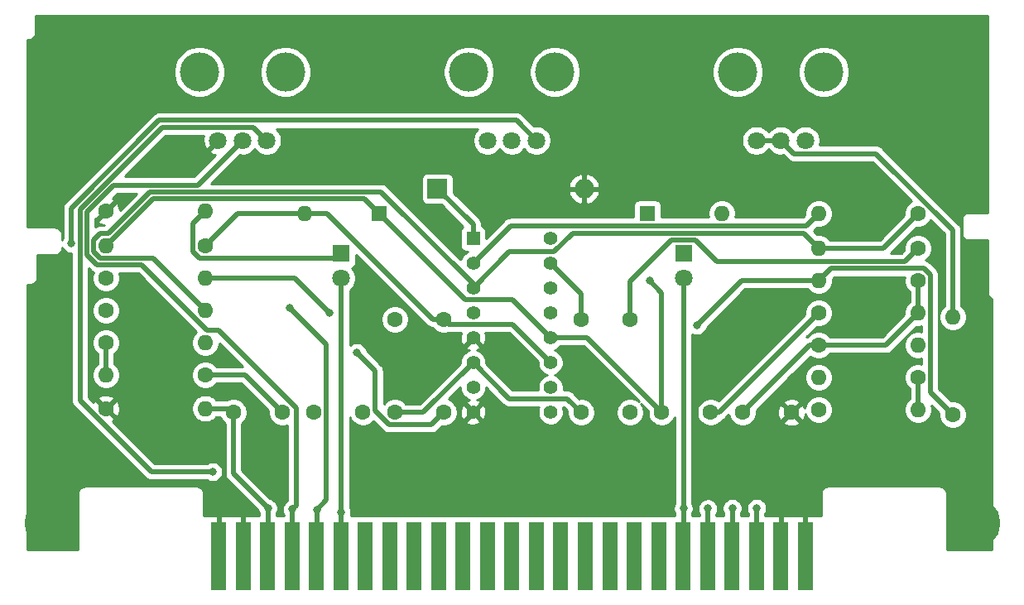
<source format=gbr>
G04 #@! TF.GenerationSoftware,KiCad,Pcbnew,(5.1.7)-1*
G04 #@! TF.CreationDate,2021-05-14T14:52:42-05:00*
G04 #@! TF.ProjectId,ConsolePedalScreamer,436f6e73-6f6c-4655-9065-64616c536372,rev?*
G04 #@! TF.SameCoordinates,Original*
G04 #@! TF.FileFunction,Copper,L1,Top*
G04 #@! TF.FilePolarity,Positive*
%FSLAX46Y46*%
G04 Gerber Fmt 4.6, Leading zero omitted, Abs format (unit mm)*
G04 Created by KiCad (PCBNEW (5.1.7)-1) date 2021-05-14 14:52:42*
%MOMM*%
%LPD*%
G01*
G04 APERTURE LIST*
G04 #@! TA.AperFunction,ComponentPad*
%ADD10R,1.400000X1.400000*%
G04 #@! TD*
G04 #@! TA.AperFunction,ComponentPad*
%ADD11C,1.400000*%
G04 #@! TD*
G04 #@! TA.AperFunction,ComponentPad*
%ADD12R,1.800000X1.800000*%
G04 #@! TD*
G04 #@! TA.AperFunction,ComponentPad*
%ADD13C,1.800000*%
G04 #@! TD*
G04 #@! TA.AperFunction,ConnectorPad*
%ADD14R,1.500000X7.000000*%
G04 #@! TD*
G04 #@! TA.AperFunction,ComponentPad*
%ADD15C,5.000000*%
G04 #@! TD*
G04 #@! TA.AperFunction,ComponentPad*
%ADD16C,1.600000*%
G04 #@! TD*
G04 #@! TA.AperFunction,ComponentPad*
%ADD17O,1.600000X1.600000*%
G04 #@! TD*
G04 #@! TA.AperFunction,ComponentPad*
%ADD18R,2.000000X2.000000*%
G04 #@! TD*
G04 #@! TA.AperFunction,ComponentPad*
%ADD19O,2.000000X2.000000*%
G04 #@! TD*
G04 #@! TA.AperFunction,ComponentPad*
%ADD20R,1.600000X1.600000*%
G04 #@! TD*
G04 #@! TA.AperFunction,WasherPad*
%ADD21C,4.000000*%
G04 #@! TD*
G04 #@! TA.AperFunction,ViaPad*
%ADD22C,0.800000*%
G04 #@! TD*
G04 #@! TA.AperFunction,Conductor*
%ADD23C,0.500000*%
G04 #@! TD*
G04 #@! TA.AperFunction,Conductor*
%ADD24C,0.254000*%
G04 #@! TD*
G04 #@! TA.AperFunction,Conductor*
%ADD25C,0.100000*%
G04 #@! TD*
G04 APERTURE END LIST*
D10*
G04 #@! TO.P,U1,1*
G04 #@! TO.N,+9V*
X128745000Y-93472000D03*
D11*
G04 #@! TO.P,U1,2*
G04 #@! TO.N,/pin2*
X128745000Y-96012000D03*
G04 #@! TO.P,U1,3*
G04 #@! TO.N,/pin3*
X128745000Y-98552000D03*
G04 #@! TO.P,U1,4*
G04 #@! TO.N,N/C*
X128745000Y-101092000D03*
G04 #@! TO.P,U1,5*
G04 #@! TO.N,GND*
X128745000Y-103632000D03*
G04 #@! TO.P,U1,6*
G04 #@! TO.N,/pin6*
X128745000Y-106172000D03*
G04 #@! TO.P,U1,7*
G04 #@! TO.N,/pin7*
X128745000Y-108712000D03*
G04 #@! TO.P,U1,8*
G04 #@! TO.N,GND*
X128745000Y-111252000D03*
G04 #@! TO.P,U1,9*
G04 #@! TO.N,/pin9*
X136685000Y-111252000D03*
G04 #@! TO.P,U1,10*
G04 #@! TO.N,/pin10*
X136685000Y-108712000D03*
G04 #@! TO.P,U1,11*
G04 #@! TO.N,/pin11*
X136685000Y-106172000D03*
G04 #@! TO.P,U1,12*
G04 #@! TO.N,/pin12*
X136685000Y-103632000D03*
G04 #@! TO.P,U1,13*
G04 #@! TO.N,N/C*
X136685000Y-101092000D03*
G04 #@! TO.P,U1,14*
G04 #@! TO.N,/pin14*
X136685000Y-98552000D03*
G04 #@! TO.P,U1,15*
G04 #@! TO.N,/pin15*
X136685000Y-96012000D03*
G04 #@! TO.P,U1,16*
G04 #@! TO.N,N/C*
X136685000Y-93472000D03*
G04 #@! TD*
D12*
G04 #@! TO.P,D1,1*
G04 #@! TO.N,Net-(D1-Pad1)*
X115250000Y-95000000D03*
D13*
G04 #@! TO.P,D1,2*
G04 #@! TO.N,/LEDPower*
X115250000Y-97540000D03*
G04 #@! TD*
G04 #@! TO.P,D2,2*
G04 #@! TO.N,/LEDPower*
X150250000Y-97540000D03*
D12*
G04 #@! TO.P,D2,1*
G04 #@! TO.N,Net-(D1-Pad1)*
X150250000Y-95000000D03*
G04 #@! TD*
D14*
G04 #@! TO.P,J1,1*
G04 #@! TO.N,GND*
X102715000Y-126000000D03*
G04 #@! TO.P,J1,2*
X105215000Y-126000000D03*
G04 #@! TO.P,J1,3*
G04 #@! TO.N,/Input*
X107715000Y-126000000D03*
G04 #@! TO.P,J1,4*
G04 #@! TO.N,/Output*
X110215000Y-126000000D03*
G04 #@! TO.P,J1,5*
G04 #@! TO.N,+9V*
X112715000Y-126000000D03*
G04 #@! TO.P,J1,6*
G04 #@! TO.N,/LEDPower*
X115215000Y-126000000D03*
G04 #@! TO.P,J1,7*
G04 #@! TO.N,N/C*
X117715000Y-126000000D03*
G04 #@! TO.P,J1,8*
X120215000Y-126000000D03*
G04 #@! TO.P,J1,9*
X122715000Y-126000000D03*
G04 #@! TO.P,J1,10*
X125215000Y-126000000D03*
G04 #@! TO.P,J1,11*
X127715000Y-126000000D03*
G04 #@! TO.P,J1,12*
X130215000Y-126000000D03*
G04 #@! TO.P,J1,13*
X132715000Y-126000000D03*
G04 #@! TO.P,J1,14*
X135215000Y-126000000D03*
G04 #@! TO.P,J1,15*
X137715000Y-126000000D03*
G04 #@! TO.P,J1,16*
X140215000Y-126000000D03*
G04 #@! TO.P,J1,17*
X142715000Y-126000000D03*
G04 #@! TO.P,J1,18*
X145215000Y-126000000D03*
G04 #@! TO.P,J1,19*
X147715000Y-126000000D03*
G04 #@! TO.P,J1,20*
G04 #@! TO.N,/LEDPower*
X150215000Y-126000000D03*
G04 #@! TO.P,J1,21*
G04 #@! TO.N,+9V*
X152715000Y-126000000D03*
G04 #@! TO.P,J1,22*
G04 #@! TO.N,/Output*
X155215000Y-126000000D03*
G04 #@! TO.P,J1,23*
G04 #@! TO.N,/Input*
X157715000Y-126000000D03*
G04 #@! TO.P,J1,24*
G04 #@! TO.N,GND*
X160215000Y-126000000D03*
G04 #@! TO.P,J1,25*
X162715000Y-126000000D03*
G04 #@! TD*
D15*
G04 #@! TO.P,H1,1*
G04 #@! TO.N,GND*
X85350000Y-122600000D03*
G04 #@! TD*
G04 #@! TO.P,H2,1*
G04 #@! TO.N,GND*
X180150000Y-122600000D03*
G04 #@! TD*
D16*
G04 #@! TO.P,R3,1*
G04 #@! TO.N,GND*
X91186000Y-90678000D03*
D17*
G04 #@! TO.P,R3,2*
G04 #@! TO.N,Net-(D1-Pad1)*
X101346000Y-90678000D03*
G04 #@! TD*
D16*
G04 #@! TO.P,C1,1*
G04 #@! TO.N,Net-(C1-Pad1)*
X109220000Y-111271000D03*
G04 #@! TO.P,C1,2*
G04 #@! TO.N,/Input*
X104220000Y-111271000D03*
G04 #@! TD*
G04 #@! TO.P,C2,1*
G04 #@! TO.N,Net-(C2-Pad1)*
X144780000Y-111271000D03*
G04 #@! TO.P,C2,2*
G04 #@! TO.N,/pin6*
X139780000Y-111271000D03*
G04 #@! TD*
D18*
G04 #@! TO.P,C3,1*
G04 #@! TO.N,+9V*
X125095000Y-88392000D03*
D19*
G04 #@! TO.P,C3,2*
G04 #@! TO.N,GND*
X140095000Y-88392000D03*
G04 #@! TD*
D16*
G04 #@! TO.P,C4,2*
G04 #@! TO.N,Net-(C4-Pad2)*
X120730000Y-101746000D03*
G04 #@! TO.P,C4,1*
G04 #@! TO.N,/pin11*
X125730000Y-101746000D03*
G04 #@! TD*
G04 #@! TO.P,C5,2*
G04 #@! TO.N,/pin12*
X148035000Y-111271000D03*
G04 #@! TO.P,C5,1*
G04 #@! TO.N,Net-(C5-Pad1)*
X153035000Y-111271000D03*
G04 #@! TD*
G04 #@! TO.P,C6,2*
G04 #@! TO.N,Net-(C6-Pad2)*
X156290000Y-111271000D03*
G04 #@! TO.P,C6,1*
G04 #@! TO.N,GND*
X161290000Y-111271000D03*
G04 #@! TD*
D17*
G04 #@! TO.P,C7,2*
G04 #@! TO.N,/pin14*
X177800000Y-101506000D03*
D16*
G04 #@! TO.P,C7,1*
G04 #@! TO.N,/pin15*
X177800000Y-111506000D03*
G04 #@! TD*
G04 #@! TO.P,C8,1*
G04 #@! TO.N,Net-(C8-Pad1)*
X125730000Y-111271000D03*
G04 #@! TO.P,C8,2*
G04 #@! TO.N,/pin6*
X120730000Y-111271000D03*
G04 #@! TD*
G04 #@! TO.P,C9,2*
G04 #@! TO.N,/pin15*
X139780000Y-101746000D03*
G04 #@! TO.P,C9,1*
G04 #@! TO.N,Net-(C9-Pad1)*
X144780000Y-101746000D03*
G04 #@! TD*
G04 #@! TO.P,C10,1*
G04 #@! TO.N,Net-(C10-Pad1)*
X117475000Y-111271000D03*
G04 #@! TO.P,C10,2*
G04 #@! TO.N,/pin2*
X112475000Y-111271000D03*
G04 #@! TD*
D20*
G04 #@! TO.P,D3,1*
G04 #@! TO.N,/pin11*
X146558000Y-90932000D03*
D17*
G04 #@! TO.P,D3,2*
G04 #@! TO.N,/pin12*
X154178000Y-90932000D03*
G04 #@! TD*
G04 #@! TO.P,D4,2*
G04 #@! TO.N,/pin11*
X111506000Y-90932000D03*
D20*
G04 #@! TO.P,D4,1*
G04 #@! TO.N,/pin12*
X119126000Y-90932000D03*
G04 #@! TD*
D17*
G04 #@! TO.P,R1,2*
G04 #@! TO.N,/Input*
X101346000Y-110871000D03*
D16*
G04 #@! TO.P,R1,1*
G04 #@! TO.N,GND*
X91186000Y-110871000D03*
G04 #@! TD*
G04 #@! TO.P,R2,1*
G04 #@! TO.N,Net-(C1-Pad1)*
X101346000Y-107442000D03*
D17*
G04 #@! TO.P,R2,2*
G04 #@! TO.N,/pin7*
X91186000Y-107442000D03*
G04 #@! TD*
G04 #@! TO.P,R4,2*
G04 #@! TO.N,/pin6*
X101346000Y-104140000D03*
D16*
G04 #@! TO.P,R4,1*
G04 #@! TO.N,/pin7*
X91186000Y-104140000D03*
G04 #@! TD*
G04 #@! TO.P,R5,1*
G04 #@! TO.N,Net-(C2-Pad1)*
X164084000Y-110998000D03*
D17*
G04 #@! TO.P,R5,2*
G04 #@! TO.N,/pin9*
X174244000Y-110998000D03*
G04 #@! TD*
G04 #@! TO.P,R6,2*
G04 #@! TO.N,Net-(R6-Pad2)*
X164084000Y-107696000D03*
D16*
G04 #@! TO.P,R6,1*
G04 #@! TO.N,/pin9*
X174244000Y-107696000D03*
G04 #@! TD*
G04 #@! TO.P,R7,1*
G04 #@! TO.N,Net-(R7-Pad1)*
X91186000Y-97536000D03*
D17*
G04 #@! TO.P,R7,2*
G04 #@! TO.N,Net-(C4-Pad2)*
X101346000Y-97536000D03*
G04 #@! TD*
G04 #@! TO.P,R8,2*
G04 #@! TO.N,/pin12*
X91186000Y-94234000D03*
D16*
G04 #@! TO.P,R8,1*
G04 #@! TO.N,/pin11*
X101346000Y-94234000D03*
G04 #@! TD*
D17*
G04 #@! TO.P,R9,2*
G04 #@! TO.N,Net-(C6-Pad2)*
X174244000Y-101092000D03*
D16*
G04 #@! TO.P,R9,1*
G04 #@! TO.N,Net-(C5-Pad1)*
X164084000Y-101092000D03*
G04 #@! TD*
G04 #@! TO.P,R10,1*
G04 #@! TO.N,Net-(C6-Pad2)*
X164084000Y-104394000D03*
D17*
G04 #@! TO.P,R10,2*
G04 #@! TO.N,Net-(R10-Pad2)*
X174244000Y-104394000D03*
G04 #@! TD*
G04 #@! TO.P,R11,2*
G04 #@! TO.N,/pin15*
X164084000Y-97790000D03*
D16*
G04 #@! TO.P,R11,1*
G04 #@! TO.N,Net-(C6-Pad2)*
X174244000Y-97790000D03*
G04 #@! TD*
G04 #@! TO.P,R12,1*
G04 #@! TO.N,Net-(C8-Pad1)*
X91186000Y-100838000D03*
D17*
G04 #@! TO.P,R12,2*
G04 #@! TO.N,/pin3*
X101346000Y-100838000D03*
G04 #@! TD*
D16*
G04 #@! TO.P,R13,1*
G04 #@! TO.N,Net-(C9-Pad1)*
X174244000Y-94488000D03*
D17*
G04 #@! TO.P,R13,2*
G04 #@! TO.N,/pin3*
X164084000Y-94488000D03*
G04 #@! TD*
D16*
G04 #@! TO.P,R14,1*
G04 #@! TO.N,/pin3*
X174244000Y-90932000D03*
D17*
G04 #@! TO.P,R14,2*
G04 #@! TO.N,/pin2*
X164084000Y-90932000D03*
G04 #@! TD*
D13*
G04 #@! TO.P,RV1,3*
G04 #@! TO.N,Net-(R6-Pad2)*
X130215000Y-83439000D03*
G04 #@! TO.P,RV1,2*
G04 #@! TO.N,/pin10*
X132715000Y-83439000D03*
G04 #@! TO.P,RV1,1*
G04 #@! TO.N,Net-(R7-Pad1)*
X135215000Y-83439000D03*
D21*
G04 #@! TO.P,RV1,*
G04 #@! TO.N,*
X128315000Y-76439000D03*
X137115000Y-76439000D03*
G04 #@! TD*
D13*
G04 #@! TO.P,RV2,3*
G04 #@! TO.N,/pin14*
X157715000Y-83439000D03*
G04 #@! TO.P,RV2,2*
X160215000Y-83439000D03*
G04 #@! TO.P,RV2,1*
G04 #@! TO.N,Net-(R10-Pad2)*
X162715000Y-83439000D03*
D21*
G04 #@! TO.P,RV2,*
G04 #@! TO.N,*
X155815000Y-76439000D03*
X164615000Y-76439000D03*
G04 #@! TD*
G04 #@! TO.P,RV3,*
G04 #@! TO.N,*
X109539000Y-76439000D03*
X100739000Y-76439000D03*
D13*
G04 #@! TO.P,RV3,1*
G04 #@! TO.N,Net-(C10-Pad1)*
X107639000Y-83439000D03*
G04 #@! TO.P,RV3,2*
G04 #@! TO.N,/Output*
X105139000Y-83439000D03*
G04 #@! TO.P,RV3,3*
G04 #@! TO.N,GND*
X102639000Y-83439000D03*
G04 #@! TD*
D22*
G04 #@! TO.N,GND*
X105250000Y-120979000D03*
X160250000Y-120988000D03*
X102750000Y-121038000D03*
X162750000Y-120967000D03*
G04 #@! TO.N,/LEDPower*
X115250000Y-121454000D03*
X150250000Y-121073000D03*
G04 #@! TO.N,/Input*
X107750000Y-121066000D03*
X157750000Y-121066000D03*
G04 #@! TO.N,/Output*
X110250000Y-121195000D03*
X155250000Y-121068000D03*
G04 #@! TO.N,+9V*
X112750000Y-121235000D03*
X152750000Y-121108000D03*
X109982000Y-100584000D03*
G04 #@! TO.N,Net-(C4-Pad2)*
X114046000Y-101092000D03*
G04 #@! TO.N,/pin12*
X146812000Y-97790000D03*
G04 #@! TO.N,/pin15*
X151638000Y-102362000D03*
G04 #@! TO.N,Net-(C8-Pad1)*
X116840000Y-105156000D03*
G04 #@! TO.N,Net-(C10-Pad1)*
X102108000Y-117348000D03*
G04 #@! TO.N,Net-(R7-Pad1)*
X87630000Y-93980000D03*
G04 #@! TD*
D23*
G04 #@! TO.N,Net-(C1-Pad1)*
X105391000Y-107442000D02*
X101346000Y-107442000D01*
X109220000Y-111271000D02*
X105391000Y-107442000D01*
G04 #@! TO.N,GND*
X105250000Y-126000000D02*
X105250000Y-120979000D01*
X160250000Y-126000000D02*
X160250000Y-120988000D01*
X102750000Y-126000000D02*
X102750000Y-121038000D01*
X162750000Y-126000000D02*
X162750000Y-120967000D01*
G04 #@! TO.N,/LEDPower*
X115250000Y-126000000D02*
X115250000Y-121454000D01*
X150250000Y-126000000D02*
X150250000Y-121073000D01*
X150250000Y-97540000D02*
X150250000Y-121073000D01*
X115250000Y-121454000D02*
X115250000Y-97540000D01*
G04 #@! TO.N,/Input*
X107750000Y-126000000D02*
X107750000Y-121066000D01*
X157750000Y-126000000D02*
X157750000Y-121066000D01*
X157734000Y-121050000D02*
X157750000Y-121066000D01*
X103820000Y-110871000D02*
X104220000Y-111271000D01*
X101346000Y-110871000D02*
X103820000Y-110871000D01*
X104220000Y-117536000D02*
X107750000Y-121066000D01*
X104220000Y-111271000D02*
X104220000Y-117536000D01*
G04 #@! TO.N,/Output*
X110250000Y-126000000D02*
X110250000Y-121195000D01*
X155250000Y-126000000D02*
X155250000Y-121068000D01*
X110649999Y-120795001D02*
X110250000Y-121195000D01*
X110649999Y-110850997D02*
X110649999Y-120795001D01*
X94842009Y-96184011D02*
X101547997Y-102889999D01*
X89235989Y-95123954D02*
X90296046Y-96184011D01*
X102689001Y-102889999D02*
X110649999Y-110850997D01*
X101547997Y-102889999D02*
X102689001Y-102889999D01*
X89235989Y-90778009D02*
X89235989Y-95123954D01*
X91986019Y-88027979D02*
X89235989Y-90778009D01*
X100550021Y-88027979D02*
X91986019Y-88027979D01*
X90296046Y-96184011D02*
X94842009Y-96184011D01*
X105139000Y-83439000D02*
X100550021Y-88027979D01*
G04 #@! TO.N,Net-(D1-Pad1)*
X100745999Y-95484001D02*
X114765999Y-95484001D01*
X114765999Y-95484001D02*
X115250000Y-95000000D01*
X100095999Y-94834001D02*
X100745999Y-95484001D01*
X100095999Y-91928001D02*
X100095999Y-94834001D01*
X101346000Y-90678000D02*
X100095999Y-91928001D01*
G04 #@! TO.N,/pin6*
X138371001Y-109862001D02*
X139780000Y-111271000D01*
X132435001Y-109862001D02*
X138371001Y-109862001D01*
X128745000Y-106172000D02*
X132435001Y-109862001D01*
X123646000Y-111271000D02*
X128745000Y-106172000D01*
X120730000Y-111271000D02*
X123646000Y-111271000D01*
G04 #@! TO.N,+9V*
X112750000Y-126000000D02*
X112750000Y-121235000D01*
X152750000Y-126000000D02*
X152750000Y-121108000D01*
X128745000Y-92042000D02*
X125095000Y-88392000D01*
X128745000Y-93472000D02*
X128745000Y-92042000D01*
X113725001Y-120259999D02*
X113725001Y-104327001D01*
X112750000Y-121235000D02*
X113725001Y-120259999D01*
X113725001Y-104327001D02*
X109982000Y-100584000D01*
G04 #@! TO.N,Net-(C4-Pad2)*
X101346000Y-97536000D02*
X110490000Y-97536000D01*
X110490000Y-97536000D02*
X114046000Y-101092000D01*
G04 #@! TO.N,/pin11*
X104648000Y-90932000D02*
X101346000Y-94234000D01*
X111506000Y-90932000D02*
X104648000Y-90932000D01*
X132755001Y-102242001D02*
X136685000Y-106172000D01*
X126226001Y-102242001D02*
X132755001Y-102242001D01*
X125730000Y-101746000D02*
X126226001Y-102242001D01*
X124606002Y-101746000D02*
X125730000Y-101746000D01*
X113792002Y-90932000D02*
X124606002Y-101746000D01*
X111506000Y-90932000D02*
X113792002Y-90932000D01*
G04 #@! TO.N,/pin12*
X140396000Y-103632000D02*
X148035000Y-111271000D01*
X136685000Y-103632000D02*
X140396000Y-103632000D01*
X117621999Y-89427999D02*
X119126000Y-90932000D01*
X95992001Y-89427999D02*
X117621999Y-89427999D01*
X91186000Y-94234000D02*
X95992001Y-89427999D01*
X132755001Y-99702001D02*
X136685000Y-103632000D01*
X127896001Y-99702001D02*
X132755001Y-99702001D01*
X119126000Y-90932000D02*
X127896001Y-99702001D01*
X148035000Y-111271000D02*
X148035000Y-99013000D01*
X148035000Y-99013000D02*
X146812000Y-97790000D01*
G04 #@! TO.N,Net-(C5-Pad1)*
X153905000Y-111271000D02*
X153035000Y-111271000D01*
X164084000Y-101092000D02*
X153905000Y-111271000D01*
G04 #@! TO.N,Net-(C6-Pad2)*
X174244000Y-101092000D02*
X174244000Y-97790000D01*
X163167000Y-104394000D02*
X164084000Y-104394000D01*
X156290000Y-111271000D02*
X163167000Y-104394000D01*
X170942000Y-104394000D02*
X174244000Y-101092000D01*
X164084000Y-104394000D02*
X170942000Y-104394000D01*
G04 #@! TO.N,/pin15*
X139780000Y-99107000D02*
X139780000Y-101746000D01*
X136685000Y-96012000D02*
X139780000Y-99107000D01*
X165334001Y-96539999D02*
X164084000Y-97790000D01*
X175494001Y-97189999D02*
X174844001Y-96539999D01*
X174844001Y-96539999D02*
X165334001Y-96539999D01*
X175494001Y-109200001D02*
X175494001Y-97189999D01*
X177800000Y-111506000D02*
X175494001Y-109200001D01*
X164084000Y-97790000D02*
X156210000Y-97790000D01*
X156210000Y-97790000D02*
X151638000Y-102362000D01*
G04 #@! TO.N,/pin14*
X157715000Y-83439000D02*
X160215000Y-83439000D01*
X177800000Y-92637998D02*
X177800000Y-101506000D01*
X169951003Y-84789001D02*
X177800000Y-92637998D01*
X161565001Y-84789001D02*
X169951003Y-84789001D01*
X160215000Y-83439000D02*
X161565001Y-84789001D01*
G04 #@! TO.N,Net-(C8-Pad1)*
X118725001Y-111116003D02*
X118725001Y-107041001D01*
X120129999Y-112521001D02*
X118725001Y-111116003D01*
X124479999Y-112521001D02*
X120129999Y-112521001D01*
X125730000Y-111271000D02*
X124479999Y-112521001D01*
X118725001Y-107041001D02*
X116840000Y-105156000D01*
G04 #@! TO.N,Net-(C9-Pad1)*
X144780000Y-97859998D02*
X144780000Y-101746000D01*
X148989999Y-93649999D02*
X144780000Y-97859998D01*
X151510001Y-93649999D02*
X148989999Y-93649999D01*
X153699991Y-95839989D02*
X151510001Y-93649999D01*
X172892011Y-95839989D02*
X153699991Y-95839989D01*
X174244000Y-94488000D02*
X172892011Y-95839989D01*
G04 #@! TO.N,Net-(C10-Pad1)*
X88535979Y-110070981D02*
X95812998Y-117348000D01*
X96935037Y-82088999D02*
X88535979Y-90488056D01*
X88535979Y-90488056D02*
X88535979Y-110070981D01*
X106288999Y-82088999D02*
X96935037Y-82088999D01*
X107639000Y-83439000D02*
X106288999Y-82088999D01*
X95812998Y-117348000D02*
X102108000Y-117348000D01*
G04 #@! TO.N,/pin2*
X162833999Y-92182001D02*
X164084000Y-90932000D01*
X132574999Y-92182001D02*
X162833999Y-92182001D01*
X128745000Y-96012000D02*
X132574999Y-92182001D01*
G04 #@! TO.N,/pin7*
X91186000Y-107442000D02*
X91186000Y-104140000D01*
G04 #@! TO.N,/pin9*
X174244000Y-110998000D02*
X174244000Y-107696000D01*
G04 #@! TO.N,Net-(R7-Pad1)*
X96645084Y-81388989D02*
X87630000Y-90404073D01*
X133164989Y-81388989D02*
X96645084Y-81388989D01*
X135215000Y-83439000D02*
X133164989Y-81388989D01*
X87630000Y-90404073D02*
X87630000Y-93980000D01*
G04 #@! TO.N,/pin3*
X170688000Y-94488000D02*
X174244000Y-90932000D01*
X164084000Y-94488000D02*
X170688000Y-94488000D01*
X132435001Y-94861999D02*
X128745000Y-98552000D01*
X136997003Y-94861999D02*
X132435001Y-94861999D01*
X138909013Y-92949989D02*
X136997003Y-94861999D01*
X162545989Y-92949989D02*
X138909013Y-92949989D01*
X164084000Y-94488000D02*
X162545989Y-92949989D01*
X128745000Y-98140998D02*
X128745000Y-98552000D01*
X119331991Y-88727989D02*
X128745000Y-98140998D01*
X95702048Y-88727989D02*
X119331991Y-88727989D01*
X91446038Y-92983999D02*
X95702048Y-88727989D01*
X90585999Y-92983999D02*
X91446038Y-92983999D01*
X89935999Y-93633999D02*
X90585999Y-92983999D01*
X89935999Y-94834001D02*
X89935999Y-93633999D01*
X90585999Y-95484001D02*
X89935999Y-94834001D01*
X95992001Y-95484001D02*
X90585999Y-95484001D01*
X101346000Y-100838000D02*
X95992001Y-95484001D01*
G04 #@! TD*
D24*
G04 #@! TO.N,GND*
X86719885Y-94466467D02*
X86832277Y-94634674D01*
X86975326Y-94777723D01*
X87143533Y-94890115D01*
X87330435Y-94967533D01*
X87528849Y-95007000D01*
X87658979Y-95007000D01*
X87658980Y-110027891D01*
X87654736Y-110070981D01*
X87671669Y-110242903D01*
X87721817Y-110408217D01*
X87803253Y-110560573D01*
X87885385Y-110660652D01*
X87885388Y-110660655D01*
X87912847Y-110694114D01*
X87946306Y-110721573D01*
X95162406Y-117937674D01*
X95189865Y-117971133D01*
X95223324Y-117998592D01*
X95223326Y-117998594D01*
X95288425Y-118052019D01*
X95323406Y-118080727D01*
X95407491Y-118125671D01*
X95475761Y-118162162D01*
X95641075Y-118212310D01*
X95812998Y-118229243D01*
X95856077Y-118225000D01*
X101571973Y-118225000D01*
X101621533Y-118258115D01*
X101808435Y-118335533D01*
X102006849Y-118375000D01*
X102209151Y-118375000D01*
X102407565Y-118335533D01*
X102594467Y-118258115D01*
X102762674Y-118145723D01*
X102905723Y-118002674D01*
X103018115Y-117834467D01*
X103095533Y-117647565D01*
X103135000Y-117449151D01*
X103135000Y-117246849D01*
X103095533Y-117048435D01*
X103018115Y-116861533D01*
X102905723Y-116693326D01*
X102762674Y-116550277D01*
X102594467Y-116437885D01*
X102407565Y-116360467D01*
X102209151Y-116321000D01*
X102006849Y-116321000D01*
X101808435Y-116360467D01*
X101621533Y-116437885D01*
X101571973Y-116471000D01*
X96176264Y-116471000D01*
X91852845Y-112147582D01*
X91927514Y-112107671D01*
X91999097Y-111863702D01*
X91186000Y-111050605D01*
X91171858Y-111064748D01*
X90992253Y-110885143D01*
X91006395Y-110871000D01*
X91365605Y-110871000D01*
X92178702Y-111684097D01*
X92422671Y-111612514D01*
X92543571Y-111357004D01*
X92612300Y-111082816D01*
X92626217Y-110800488D01*
X92584787Y-110520870D01*
X92489603Y-110254708D01*
X92422671Y-110129486D01*
X92178702Y-110057903D01*
X91365605Y-110871000D01*
X91006395Y-110871000D01*
X90193298Y-110057903D01*
X89949329Y-110129486D01*
X89912527Y-110207264D01*
X89583561Y-109878298D01*
X90372903Y-109878298D01*
X91186000Y-110691395D01*
X91999097Y-109878298D01*
X91927514Y-109634329D01*
X91672004Y-109513429D01*
X91397816Y-109444700D01*
X91115488Y-109430783D01*
X90835870Y-109472213D01*
X90569708Y-109567397D01*
X90444486Y-109634329D01*
X90372903Y-109878298D01*
X89583561Y-109878298D01*
X89412979Y-109707716D01*
X89412979Y-103999453D01*
X89759000Y-103999453D01*
X89759000Y-104280547D01*
X89813838Y-104556241D01*
X89921409Y-104815938D01*
X90077576Y-105049660D01*
X90276340Y-105248424D01*
X90309001Y-105270247D01*
X90309000Y-106311753D01*
X90276340Y-106333576D01*
X90077576Y-106532340D01*
X89921409Y-106766062D01*
X89813838Y-107025759D01*
X89759000Y-107301453D01*
X89759000Y-107582547D01*
X89813838Y-107858241D01*
X89921409Y-108117938D01*
X90077576Y-108351660D01*
X90276340Y-108550424D01*
X90510062Y-108706591D01*
X90769759Y-108814162D01*
X91045453Y-108869000D01*
X91326547Y-108869000D01*
X91602241Y-108814162D01*
X91861938Y-108706591D01*
X92095660Y-108550424D01*
X92294424Y-108351660D01*
X92450591Y-108117938D01*
X92558162Y-107858241D01*
X92613000Y-107582547D01*
X92613000Y-107301453D01*
X92558162Y-107025759D01*
X92450591Y-106766062D01*
X92294424Y-106532340D01*
X92095660Y-106333576D01*
X92063000Y-106311753D01*
X92063000Y-105270247D01*
X92095660Y-105248424D01*
X92294424Y-105049660D01*
X92450591Y-104815938D01*
X92558162Y-104556241D01*
X92613000Y-104280547D01*
X92613000Y-103999453D01*
X92558162Y-103723759D01*
X92450591Y-103464062D01*
X92294424Y-103230340D01*
X92095660Y-103031576D01*
X91861938Y-102875409D01*
X91602241Y-102767838D01*
X91326547Y-102713000D01*
X91045453Y-102713000D01*
X90769759Y-102767838D01*
X90510062Y-102875409D01*
X90276340Y-103031576D01*
X90077576Y-103230340D01*
X89921409Y-103464062D01*
X89813838Y-103723759D01*
X89759000Y-103999453D01*
X89412979Y-103999453D01*
X89412979Y-100697453D01*
X89759000Y-100697453D01*
X89759000Y-100978547D01*
X89813838Y-101254241D01*
X89921409Y-101513938D01*
X90077576Y-101747660D01*
X90276340Y-101946424D01*
X90510062Y-102102591D01*
X90769759Y-102210162D01*
X91045453Y-102265000D01*
X91326547Y-102265000D01*
X91602241Y-102210162D01*
X91861938Y-102102591D01*
X92095660Y-101946424D01*
X92294424Y-101747660D01*
X92450591Y-101513938D01*
X92558162Y-101254241D01*
X92613000Y-100978547D01*
X92613000Y-100697453D01*
X92558162Y-100421759D01*
X92450591Y-100162062D01*
X92294424Y-99928340D01*
X92095660Y-99729576D01*
X91861938Y-99573409D01*
X91602241Y-99465838D01*
X91326547Y-99411000D01*
X91045453Y-99411000D01*
X90769759Y-99465838D01*
X90510062Y-99573409D01*
X90276340Y-99729576D01*
X90077576Y-99928340D01*
X89921409Y-100162062D01*
X89813838Y-100421759D01*
X89759000Y-100697453D01*
X89412979Y-100697453D01*
X89412979Y-96541210D01*
X89645454Y-96773685D01*
X89672913Y-96807144D01*
X89706372Y-96834603D01*
X89706374Y-96834605D01*
X89758322Y-96877237D01*
X89806454Y-96916738D01*
X89881351Y-96956771D01*
X89813838Y-97119759D01*
X89759000Y-97395453D01*
X89759000Y-97676547D01*
X89813838Y-97952241D01*
X89921409Y-98211938D01*
X90077576Y-98445660D01*
X90276340Y-98644424D01*
X90510062Y-98800591D01*
X90769759Y-98908162D01*
X91045453Y-98963000D01*
X91326547Y-98963000D01*
X91602241Y-98908162D01*
X91861938Y-98800591D01*
X92095660Y-98644424D01*
X92294424Y-98445660D01*
X92450591Y-98211938D01*
X92558162Y-97952241D01*
X92613000Y-97676547D01*
X92613000Y-97395453D01*
X92558162Y-97119759D01*
X92533828Y-97061011D01*
X94478744Y-97061011D01*
X100444114Y-103026381D01*
X100436340Y-103031576D01*
X100237576Y-103230340D01*
X100081409Y-103464062D01*
X99973838Y-103723759D01*
X99919000Y-103999453D01*
X99919000Y-104280547D01*
X99973838Y-104556241D01*
X100081409Y-104815938D01*
X100237576Y-105049660D01*
X100436340Y-105248424D01*
X100670062Y-105404591D01*
X100929759Y-105512162D01*
X101205453Y-105567000D01*
X101486547Y-105567000D01*
X101762241Y-105512162D01*
X102021938Y-105404591D01*
X102255660Y-105248424D01*
X102454424Y-105049660D01*
X102610591Y-104815938D01*
X102718162Y-104556241D01*
X102773000Y-104280547D01*
X102773000Y-104214263D01*
X105123737Y-106565000D01*
X102476247Y-106565000D01*
X102454424Y-106532340D01*
X102255660Y-106333576D01*
X102021938Y-106177409D01*
X101762241Y-106069838D01*
X101486547Y-106015000D01*
X101205453Y-106015000D01*
X100929759Y-106069838D01*
X100670062Y-106177409D01*
X100436340Y-106333576D01*
X100237576Y-106532340D01*
X100081409Y-106766062D01*
X99973838Y-107025759D01*
X99919000Y-107301453D01*
X99919000Y-107582547D01*
X99973838Y-107858241D01*
X100081409Y-108117938D01*
X100237576Y-108351660D01*
X100436340Y-108550424D01*
X100670062Y-108706591D01*
X100929759Y-108814162D01*
X101205453Y-108869000D01*
X101486547Y-108869000D01*
X101762241Y-108814162D01*
X102021938Y-108706591D01*
X102255660Y-108550424D01*
X102454424Y-108351660D01*
X102476247Y-108319000D01*
X105027735Y-108319000D01*
X107800663Y-111091929D01*
X107793000Y-111130453D01*
X107793000Y-111411547D01*
X107847838Y-111687241D01*
X107955409Y-111946938D01*
X108111576Y-112180660D01*
X108310340Y-112379424D01*
X108544062Y-112535591D01*
X108803759Y-112643162D01*
X109079453Y-112698000D01*
X109360547Y-112698000D01*
X109636241Y-112643162D01*
X109772999Y-112586514D01*
X109773000Y-120280964D01*
X109763533Y-120284885D01*
X109595326Y-120397277D01*
X109452277Y-120540326D01*
X109339885Y-120708533D01*
X109262467Y-120895435D01*
X109223000Y-121093849D01*
X109223000Y-121296151D01*
X109262467Y-121494565D01*
X109339885Y-121681467D01*
X109373001Y-121731029D01*
X109373001Y-121793000D01*
X108627000Y-121793000D01*
X108627000Y-121602027D01*
X108660115Y-121552467D01*
X108737533Y-121365565D01*
X108777000Y-121167151D01*
X108777000Y-120964849D01*
X108737533Y-120766435D01*
X108660115Y-120579533D01*
X108547723Y-120411326D01*
X108404674Y-120268277D01*
X108236467Y-120155885D01*
X108049565Y-120078467D01*
X107991104Y-120066838D01*
X105097000Y-117172735D01*
X105097000Y-112401247D01*
X105129660Y-112379424D01*
X105328424Y-112180660D01*
X105484591Y-111946938D01*
X105592162Y-111687241D01*
X105647000Y-111411547D01*
X105647000Y-111130453D01*
X105592162Y-110854759D01*
X105484591Y-110595062D01*
X105328424Y-110361340D01*
X105129660Y-110162576D01*
X104895938Y-110006409D01*
X104636241Y-109898838D01*
X104360547Y-109844000D01*
X104079453Y-109844000D01*
X103803759Y-109898838D01*
X103574020Y-109994000D01*
X102476247Y-109994000D01*
X102454424Y-109961340D01*
X102255660Y-109762576D01*
X102021938Y-109606409D01*
X101762241Y-109498838D01*
X101486547Y-109444000D01*
X101205453Y-109444000D01*
X100929759Y-109498838D01*
X100670062Y-109606409D01*
X100436340Y-109762576D01*
X100237576Y-109961340D01*
X100081409Y-110195062D01*
X99973838Y-110454759D01*
X99919000Y-110730453D01*
X99919000Y-111011547D01*
X99973838Y-111287241D01*
X100081409Y-111546938D01*
X100237576Y-111780660D01*
X100436340Y-111979424D01*
X100670062Y-112135591D01*
X100929759Y-112243162D01*
X101205453Y-112298000D01*
X101486547Y-112298000D01*
X101762241Y-112243162D01*
X102021938Y-112135591D01*
X102255660Y-111979424D01*
X102454424Y-111780660D01*
X102476247Y-111748000D01*
X102873005Y-111748000D01*
X102955409Y-111946938D01*
X103111576Y-112180660D01*
X103310340Y-112379424D01*
X103343000Y-112401247D01*
X103343001Y-117492910D01*
X103338757Y-117536000D01*
X103355690Y-117707922D01*
X103405838Y-117873236D01*
X103487274Y-118025592D01*
X103569406Y-118125671D01*
X103569409Y-118125674D01*
X103596868Y-118159133D01*
X103630327Y-118186592D01*
X106750838Y-121307104D01*
X106762467Y-121365565D01*
X106839885Y-121552467D01*
X106873001Y-121602029D01*
X106873001Y-121793000D01*
X101177000Y-121793000D01*
X101177000Y-119533252D01*
X101180275Y-119500000D01*
X101167204Y-119367285D01*
X101128492Y-119239670D01*
X101065628Y-119122059D01*
X100981027Y-119018973D01*
X100877941Y-118934372D01*
X100760330Y-118871508D01*
X100632715Y-118832796D01*
X100533252Y-118823000D01*
X100500000Y-118819725D01*
X100466748Y-118823000D01*
X89033252Y-118823000D01*
X89000000Y-118819725D01*
X88966748Y-118823000D01*
X88867285Y-118832796D01*
X88739670Y-118871508D01*
X88622059Y-118934372D01*
X88518973Y-119018973D01*
X88434372Y-119122059D01*
X88371508Y-119239670D01*
X88332796Y-119367285D01*
X88319725Y-119500000D01*
X88323000Y-119533252D01*
X88323001Y-125323000D01*
X83177000Y-125323000D01*
X83177000Y-98177000D01*
X83466748Y-98177000D01*
X83500000Y-98180275D01*
X83533252Y-98177000D01*
X83632715Y-98167204D01*
X83760330Y-98128492D01*
X83877941Y-98065628D01*
X83981027Y-97981027D01*
X84065628Y-97877941D01*
X84128492Y-97760330D01*
X84167204Y-97632715D01*
X84180275Y-97500000D01*
X84177000Y-97466748D01*
X84177000Y-95177000D01*
X85966748Y-95177000D01*
X86000000Y-95180275D01*
X86033252Y-95177000D01*
X86132715Y-95167204D01*
X86260330Y-95128492D01*
X86377941Y-95065628D01*
X86481027Y-94981027D01*
X86565628Y-94877941D01*
X86628492Y-94760330D01*
X86667204Y-94632715D01*
X86680275Y-94500000D01*
X86677000Y-94466748D01*
X86677000Y-94362934D01*
X86719885Y-94466467D01*
G04 #@! TA.AperFunction,Conductor*
D25*
G36*
X86719885Y-94466467D02*
G01*
X86832277Y-94634674D01*
X86975326Y-94777723D01*
X87143533Y-94890115D01*
X87330435Y-94967533D01*
X87528849Y-95007000D01*
X87658979Y-95007000D01*
X87658980Y-110027891D01*
X87654736Y-110070981D01*
X87671669Y-110242903D01*
X87721817Y-110408217D01*
X87803253Y-110560573D01*
X87885385Y-110660652D01*
X87885388Y-110660655D01*
X87912847Y-110694114D01*
X87946306Y-110721573D01*
X95162406Y-117937674D01*
X95189865Y-117971133D01*
X95223324Y-117998592D01*
X95223326Y-117998594D01*
X95288425Y-118052019D01*
X95323406Y-118080727D01*
X95407491Y-118125671D01*
X95475761Y-118162162D01*
X95641075Y-118212310D01*
X95812998Y-118229243D01*
X95856077Y-118225000D01*
X101571973Y-118225000D01*
X101621533Y-118258115D01*
X101808435Y-118335533D01*
X102006849Y-118375000D01*
X102209151Y-118375000D01*
X102407565Y-118335533D01*
X102594467Y-118258115D01*
X102762674Y-118145723D01*
X102905723Y-118002674D01*
X103018115Y-117834467D01*
X103095533Y-117647565D01*
X103135000Y-117449151D01*
X103135000Y-117246849D01*
X103095533Y-117048435D01*
X103018115Y-116861533D01*
X102905723Y-116693326D01*
X102762674Y-116550277D01*
X102594467Y-116437885D01*
X102407565Y-116360467D01*
X102209151Y-116321000D01*
X102006849Y-116321000D01*
X101808435Y-116360467D01*
X101621533Y-116437885D01*
X101571973Y-116471000D01*
X96176264Y-116471000D01*
X91852845Y-112147582D01*
X91927514Y-112107671D01*
X91999097Y-111863702D01*
X91186000Y-111050605D01*
X91171858Y-111064748D01*
X90992253Y-110885143D01*
X91006395Y-110871000D01*
X91365605Y-110871000D01*
X92178702Y-111684097D01*
X92422671Y-111612514D01*
X92543571Y-111357004D01*
X92612300Y-111082816D01*
X92626217Y-110800488D01*
X92584787Y-110520870D01*
X92489603Y-110254708D01*
X92422671Y-110129486D01*
X92178702Y-110057903D01*
X91365605Y-110871000D01*
X91006395Y-110871000D01*
X90193298Y-110057903D01*
X89949329Y-110129486D01*
X89912527Y-110207264D01*
X89583561Y-109878298D01*
X90372903Y-109878298D01*
X91186000Y-110691395D01*
X91999097Y-109878298D01*
X91927514Y-109634329D01*
X91672004Y-109513429D01*
X91397816Y-109444700D01*
X91115488Y-109430783D01*
X90835870Y-109472213D01*
X90569708Y-109567397D01*
X90444486Y-109634329D01*
X90372903Y-109878298D01*
X89583561Y-109878298D01*
X89412979Y-109707716D01*
X89412979Y-103999453D01*
X89759000Y-103999453D01*
X89759000Y-104280547D01*
X89813838Y-104556241D01*
X89921409Y-104815938D01*
X90077576Y-105049660D01*
X90276340Y-105248424D01*
X90309001Y-105270247D01*
X90309000Y-106311753D01*
X90276340Y-106333576D01*
X90077576Y-106532340D01*
X89921409Y-106766062D01*
X89813838Y-107025759D01*
X89759000Y-107301453D01*
X89759000Y-107582547D01*
X89813838Y-107858241D01*
X89921409Y-108117938D01*
X90077576Y-108351660D01*
X90276340Y-108550424D01*
X90510062Y-108706591D01*
X90769759Y-108814162D01*
X91045453Y-108869000D01*
X91326547Y-108869000D01*
X91602241Y-108814162D01*
X91861938Y-108706591D01*
X92095660Y-108550424D01*
X92294424Y-108351660D01*
X92450591Y-108117938D01*
X92558162Y-107858241D01*
X92613000Y-107582547D01*
X92613000Y-107301453D01*
X92558162Y-107025759D01*
X92450591Y-106766062D01*
X92294424Y-106532340D01*
X92095660Y-106333576D01*
X92063000Y-106311753D01*
X92063000Y-105270247D01*
X92095660Y-105248424D01*
X92294424Y-105049660D01*
X92450591Y-104815938D01*
X92558162Y-104556241D01*
X92613000Y-104280547D01*
X92613000Y-103999453D01*
X92558162Y-103723759D01*
X92450591Y-103464062D01*
X92294424Y-103230340D01*
X92095660Y-103031576D01*
X91861938Y-102875409D01*
X91602241Y-102767838D01*
X91326547Y-102713000D01*
X91045453Y-102713000D01*
X90769759Y-102767838D01*
X90510062Y-102875409D01*
X90276340Y-103031576D01*
X90077576Y-103230340D01*
X89921409Y-103464062D01*
X89813838Y-103723759D01*
X89759000Y-103999453D01*
X89412979Y-103999453D01*
X89412979Y-100697453D01*
X89759000Y-100697453D01*
X89759000Y-100978547D01*
X89813838Y-101254241D01*
X89921409Y-101513938D01*
X90077576Y-101747660D01*
X90276340Y-101946424D01*
X90510062Y-102102591D01*
X90769759Y-102210162D01*
X91045453Y-102265000D01*
X91326547Y-102265000D01*
X91602241Y-102210162D01*
X91861938Y-102102591D01*
X92095660Y-101946424D01*
X92294424Y-101747660D01*
X92450591Y-101513938D01*
X92558162Y-101254241D01*
X92613000Y-100978547D01*
X92613000Y-100697453D01*
X92558162Y-100421759D01*
X92450591Y-100162062D01*
X92294424Y-99928340D01*
X92095660Y-99729576D01*
X91861938Y-99573409D01*
X91602241Y-99465838D01*
X91326547Y-99411000D01*
X91045453Y-99411000D01*
X90769759Y-99465838D01*
X90510062Y-99573409D01*
X90276340Y-99729576D01*
X90077576Y-99928340D01*
X89921409Y-100162062D01*
X89813838Y-100421759D01*
X89759000Y-100697453D01*
X89412979Y-100697453D01*
X89412979Y-96541210D01*
X89645454Y-96773685D01*
X89672913Y-96807144D01*
X89706372Y-96834603D01*
X89706374Y-96834605D01*
X89758322Y-96877237D01*
X89806454Y-96916738D01*
X89881351Y-96956771D01*
X89813838Y-97119759D01*
X89759000Y-97395453D01*
X89759000Y-97676547D01*
X89813838Y-97952241D01*
X89921409Y-98211938D01*
X90077576Y-98445660D01*
X90276340Y-98644424D01*
X90510062Y-98800591D01*
X90769759Y-98908162D01*
X91045453Y-98963000D01*
X91326547Y-98963000D01*
X91602241Y-98908162D01*
X91861938Y-98800591D01*
X92095660Y-98644424D01*
X92294424Y-98445660D01*
X92450591Y-98211938D01*
X92558162Y-97952241D01*
X92613000Y-97676547D01*
X92613000Y-97395453D01*
X92558162Y-97119759D01*
X92533828Y-97061011D01*
X94478744Y-97061011D01*
X100444114Y-103026381D01*
X100436340Y-103031576D01*
X100237576Y-103230340D01*
X100081409Y-103464062D01*
X99973838Y-103723759D01*
X99919000Y-103999453D01*
X99919000Y-104280547D01*
X99973838Y-104556241D01*
X100081409Y-104815938D01*
X100237576Y-105049660D01*
X100436340Y-105248424D01*
X100670062Y-105404591D01*
X100929759Y-105512162D01*
X101205453Y-105567000D01*
X101486547Y-105567000D01*
X101762241Y-105512162D01*
X102021938Y-105404591D01*
X102255660Y-105248424D01*
X102454424Y-105049660D01*
X102610591Y-104815938D01*
X102718162Y-104556241D01*
X102773000Y-104280547D01*
X102773000Y-104214263D01*
X105123737Y-106565000D01*
X102476247Y-106565000D01*
X102454424Y-106532340D01*
X102255660Y-106333576D01*
X102021938Y-106177409D01*
X101762241Y-106069838D01*
X101486547Y-106015000D01*
X101205453Y-106015000D01*
X100929759Y-106069838D01*
X100670062Y-106177409D01*
X100436340Y-106333576D01*
X100237576Y-106532340D01*
X100081409Y-106766062D01*
X99973838Y-107025759D01*
X99919000Y-107301453D01*
X99919000Y-107582547D01*
X99973838Y-107858241D01*
X100081409Y-108117938D01*
X100237576Y-108351660D01*
X100436340Y-108550424D01*
X100670062Y-108706591D01*
X100929759Y-108814162D01*
X101205453Y-108869000D01*
X101486547Y-108869000D01*
X101762241Y-108814162D01*
X102021938Y-108706591D01*
X102255660Y-108550424D01*
X102454424Y-108351660D01*
X102476247Y-108319000D01*
X105027735Y-108319000D01*
X107800663Y-111091929D01*
X107793000Y-111130453D01*
X107793000Y-111411547D01*
X107847838Y-111687241D01*
X107955409Y-111946938D01*
X108111576Y-112180660D01*
X108310340Y-112379424D01*
X108544062Y-112535591D01*
X108803759Y-112643162D01*
X109079453Y-112698000D01*
X109360547Y-112698000D01*
X109636241Y-112643162D01*
X109772999Y-112586514D01*
X109773000Y-120280964D01*
X109763533Y-120284885D01*
X109595326Y-120397277D01*
X109452277Y-120540326D01*
X109339885Y-120708533D01*
X109262467Y-120895435D01*
X109223000Y-121093849D01*
X109223000Y-121296151D01*
X109262467Y-121494565D01*
X109339885Y-121681467D01*
X109373001Y-121731029D01*
X109373001Y-121793000D01*
X108627000Y-121793000D01*
X108627000Y-121602027D01*
X108660115Y-121552467D01*
X108737533Y-121365565D01*
X108777000Y-121167151D01*
X108777000Y-120964849D01*
X108737533Y-120766435D01*
X108660115Y-120579533D01*
X108547723Y-120411326D01*
X108404674Y-120268277D01*
X108236467Y-120155885D01*
X108049565Y-120078467D01*
X107991104Y-120066838D01*
X105097000Y-117172735D01*
X105097000Y-112401247D01*
X105129660Y-112379424D01*
X105328424Y-112180660D01*
X105484591Y-111946938D01*
X105592162Y-111687241D01*
X105647000Y-111411547D01*
X105647000Y-111130453D01*
X105592162Y-110854759D01*
X105484591Y-110595062D01*
X105328424Y-110361340D01*
X105129660Y-110162576D01*
X104895938Y-110006409D01*
X104636241Y-109898838D01*
X104360547Y-109844000D01*
X104079453Y-109844000D01*
X103803759Y-109898838D01*
X103574020Y-109994000D01*
X102476247Y-109994000D01*
X102454424Y-109961340D01*
X102255660Y-109762576D01*
X102021938Y-109606409D01*
X101762241Y-109498838D01*
X101486547Y-109444000D01*
X101205453Y-109444000D01*
X100929759Y-109498838D01*
X100670062Y-109606409D01*
X100436340Y-109762576D01*
X100237576Y-109961340D01*
X100081409Y-110195062D01*
X99973838Y-110454759D01*
X99919000Y-110730453D01*
X99919000Y-111011547D01*
X99973838Y-111287241D01*
X100081409Y-111546938D01*
X100237576Y-111780660D01*
X100436340Y-111979424D01*
X100670062Y-112135591D01*
X100929759Y-112243162D01*
X101205453Y-112298000D01*
X101486547Y-112298000D01*
X101762241Y-112243162D01*
X102021938Y-112135591D01*
X102255660Y-111979424D01*
X102454424Y-111780660D01*
X102476247Y-111748000D01*
X102873005Y-111748000D01*
X102955409Y-111946938D01*
X103111576Y-112180660D01*
X103310340Y-112379424D01*
X103343000Y-112401247D01*
X103343001Y-117492910D01*
X103338757Y-117536000D01*
X103355690Y-117707922D01*
X103405838Y-117873236D01*
X103487274Y-118025592D01*
X103569406Y-118125671D01*
X103569409Y-118125674D01*
X103596868Y-118159133D01*
X103630327Y-118186592D01*
X106750838Y-121307104D01*
X106762467Y-121365565D01*
X106839885Y-121552467D01*
X106873001Y-121602029D01*
X106873001Y-121793000D01*
X101177000Y-121793000D01*
X101177000Y-119533252D01*
X101180275Y-119500000D01*
X101167204Y-119367285D01*
X101128492Y-119239670D01*
X101065628Y-119122059D01*
X100981027Y-119018973D01*
X100877941Y-118934372D01*
X100760330Y-118871508D01*
X100632715Y-118832796D01*
X100533252Y-118823000D01*
X100500000Y-118819725D01*
X100466748Y-118823000D01*
X89033252Y-118823000D01*
X89000000Y-118819725D01*
X88966748Y-118823000D01*
X88867285Y-118832796D01*
X88739670Y-118871508D01*
X88622059Y-118934372D01*
X88518973Y-119018973D01*
X88434372Y-119122059D01*
X88371508Y-119239670D01*
X88332796Y-119367285D01*
X88319725Y-119500000D01*
X88323000Y-119533252D01*
X88323001Y-125323000D01*
X83177000Y-125323000D01*
X83177000Y-98177000D01*
X83466748Y-98177000D01*
X83500000Y-98180275D01*
X83533252Y-98177000D01*
X83632715Y-98167204D01*
X83760330Y-98128492D01*
X83877941Y-98065628D01*
X83981027Y-97981027D01*
X84065628Y-97877941D01*
X84128492Y-97760330D01*
X84167204Y-97632715D01*
X84180275Y-97500000D01*
X84177000Y-97466748D01*
X84177000Y-95177000D01*
X85966748Y-95177000D01*
X86000000Y-95180275D01*
X86033252Y-95177000D01*
X86132715Y-95167204D01*
X86260330Y-95128492D01*
X86377941Y-95065628D01*
X86481027Y-94981027D01*
X86565628Y-94877941D01*
X86628492Y-94760330D01*
X86667204Y-94632715D01*
X86680275Y-94500000D01*
X86677000Y-94466748D01*
X86677000Y-94362934D01*
X86719885Y-94466467D01*
G37*
G04 #@! TD.AperFunction*
D24*
X181323001Y-90823000D02*
X179433252Y-90823000D01*
X179400000Y-90819725D01*
X179366748Y-90823000D01*
X179267285Y-90832796D01*
X179139670Y-90871508D01*
X179022059Y-90934372D01*
X178918973Y-91018973D01*
X178834372Y-91122059D01*
X178771508Y-91239670D01*
X178732796Y-91367285D01*
X178719725Y-91500000D01*
X178723001Y-91533262D01*
X178723000Y-92966747D01*
X178719725Y-93000000D01*
X178732796Y-93132715D01*
X178771508Y-93260330D01*
X178834372Y-93377941D01*
X178918973Y-93481027D01*
X179012840Y-93558062D01*
X179022059Y-93565628D01*
X179139670Y-93628492D01*
X179267285Y-93667204D01*
X179400000Y-93680275D01*
X179433252Y-93677000D01*
X181323000Y-93677000D01*
X181323001Y-98966738D01*
X181319725Y-99000000D01*
X181332796Y-99132715D01*
X181371508Y-99260330D01*
X181434372Y-99377941D01*
X181518973Y-99481027D01*
X181622059Y-99565628D01*
X181739670Y-99628492D01*
X181823001Y-99653770D01*
X181823000Y-125323000D01*
X177177000Y-125323000D01*
X177177000Y-119533252D01*
X177180275Y-119500000D01*
X177167204Y-119367285D01*
X177128492Y-119239670D01*
X177065628Y-119122059D01*
X176981027Y-119018973D01*
X176877941Y-118934372D01*
X176760330Y-118871508D01*
X176632715Y-118832796D01*
X176533252Y-118823000D01*
X176500000Y-118819725D01*
X176466748Y-118823000D01*
X165033252Y-118823000D01*
X165000000Y-118819725D01*
X164966748Y-118823000D01*
X164867285Y-118832796D01*
X164739670Y-118871508D01*
X164622059Y-118934372D01*
X164518973Y-119018973D01*
X164434372Y-119122059D01*
X164371508Y-119239670D01*
X164332796Y-119367285D01*
X164319725Y-119500000D01*
X164323001Y-119533262D01*
X164323001Y-121793000D01*
X158627000Y-121793000D01*
X158627000Y-121602027D01*
X158660115Y-121552467D01*
X158737533Y-121365565D01*
X158777000Y-121167151D01*
X158777000Y-120964849D01*
X158737533Y-120766435D01*
X158660115Y-120579533D01*
X158547723Y-120411326D01*
X158404674Y-120268277D01*
X158236467Y-120155885D01*
X158049565Y-120078467D01*
X157851151Y-120039000D01*
X157648849Y-120039000D01*
X157450435Y-120078467D01*
X157263533Y-120155885D01*
X157095326Y-120268277D01*
X156952277Y-120411326D01*
X156839885Y-120579533D01*
X156762467Y-120766435D01*
X156723000Y-120964849D01*
X156723000Y-121167151D01*
X156762467Y-121365565D01*
X156839885Y-121552467D01*
X156873001Y-121602029D01*
X156873001Y-121793000D01*
X156127000Y-121793000D01*
X156127000Y-121604027D01*
X156160115Y-121554467D01*
X156237533Y-121367565D01*
X156277000Y-121169151D01*
X156277000Y-120966849D01*
X156237533Y-120768435D01*
X156160115Y-120581533D01*
X156047723Y-120413326D01*
X155904674Y-120270277D01*
X155736467Y-120157885D01*
X155549565Y-120080467D01*
X155351151Y-120041000D01*
X155148849Y-120041000D01*
X154950435Y-120080467D01*
X154763533Y-120157885D01*
X154595326Y-120270277D01*
X154452277Y-120413326D01*
X154339885Y-120581533D01*
X154262467Y-120768435D01*
X154223000Y-120966849D01*
X154223000Y-121169151D01*
X154262467Y-121367565D01*
X154339885Y-121554467D01*
X154373001Y-121604029D01*
X154373001Y-121793000D01*
X153627000Y-121793000D01*
X153627000Y-121644027D01*
X153660115Y-121594467D01*
X153737533Y-121407565D01*
X153777000Y-121209151D01*
X153777000Y-121006849D01*
X153737533Y-120808435D01*
X153660115Y-120621533D01*
X153547723Y-120453326D01*
X153404674Y-120310277D01*
X153236467Y-120197885D01*
X153049565Y-120120467D01*
X152851151Y-120081000D01*
X152648849Y-120081000D01*
X152450435Y-120120467D01*
X152263533Y-120197885D01*
X152095326Y-120310277D01*
X151952277Y-120453326D01*
X151839885Y-120621533D01*
X151762467Y-120808435D01*
X151723000Y-121006849D01*
X151723000Y-121209151D01*
X151762467Y-121407565D01*
X151839885Y-121594467D01*
X151873001Y-121644029D01*
X151873001Y-121793000D01*
X151127000Y-121793000D01*
X151127000Y-121609027D01*
X151160115Y-121559467D01*
X151237533Y-121372565D01*
X151277000Y-121174151D01*
X151277000Y-120971849D01*
X151237533Y-120773435D01*
X151160115Y-120586533D01*
X151127000Y-120536973D01*
X151127000Y-103255723D01*
X151151533Y-103272115D01*
X151338435Y-103349533D01*
X151536849Y-103389000D01*
X151739151Y-103389000D01*
X151937565Y-103349533D01*
X152124467Y-103272115D01*
X152292674Y-103159723D01*
X152435723Y-103016674D01*
X152548115Y-102848467D01*
X152625533Y-102661565D01*
X152637162Y-102603103D01*
X156573265Y-98667000D01*
X162953753Y-98667000D01*
X162975576Y-98699660D01*
X163174340Y-98898424D01*
X163408062Y-99054591D01*
X163667759Y-99162162D01*
X163943453Y-99217000D01*
X164224547Y-99217000D01*
X164500241Y-99162162D01*
X164759938Y-99054591D01*
X164993660Y-98898424D01*
X165192424Y-98699660D01*
X165348591Y-98465938D01*
X165456162Y-98206241D01*
X165511000Y-97930547D01*
X165511000Y-97649453D01*
X165503337Y-97610928D01*
X165697266Y-97416999D01*
X172863237Y-97416999D01*
X172817000Y-97649453D01*
X172817000Y-97930547D01*
X172871838Y-98206241D01*
X172979409Y-98465938D01*
X173135576Y-98699660D01*
X173334340Y-98898424D01*
X173367001Y-98920247D01*
X173367000Y-99961753D01*
X173334340Y-99983576D01*
X173135576Y-100182340D01*
X172979409Y-100416062D01*
X172871838Y-100675759D01*
X172817000Y-100951453D01*
X172817000Y-101232547D01*
X172824663Y-101271072D01*
X170578735Y-103517000D01*
X165214247Y-103517000D01*
X165192424Y-103484340D01*
X164993660Y-103285576D01*
X164759938Y-103129409D01*
X164500241Y-103021838D01*
X164224547Y-102967000D01*
X163943453Y-102967000D01*
X163667759Y-103021838D01*
X163408062Y-103129409D01*
X163174340Y-103285576D01*
X162975576Y-103484340D01*
X162932614Y-103548638D01*
X162903312Y-103557527D01*
X162839330Y-103576936D01*
X163904929Y-102511337D01*
X163943453Y-102519000D01*
X164224547Y-102519000D01*
X164500241Y-102464162D01*
X164759938Y-102356591D01*
X164993660Y-102200424D01*
X165192424Y-102001660D01*
X165348591Y-101767938D01*
X165456162Y-101508241D01*
X165511000Y-101232547D01*
X165511000Y-100951453D01*
X165456162Y-100675759D01*
X165348591Y-100416062D01*
X165192424Y-100182340D01*
X164993660Y-99983576D01*
X164759938Y-99827409D01*
X164500241Y-99719838D01*
X164224547Y-99665000D01*
X163943453Y-99665000D01*
X163667759Y-99719838D01*
X163408062Y-99827409D01*
X163174340Y-99983576D01*
X162975576Y-100182340D01*
X162819409Y-100416062D01*
X162711838Y-100675759D01*
X162657000Y-100951453D01*
X162657000Y-101232547D01*
X162664663Y-101271071D01*
X153841852Y-110093883D01*
X153710938Y-110006409D01*
X153451241Y-109898838D01*
X153175547Y-109844000D01*
X152894453Y-109844000D01*
X152618759Y-109898838D01*
X152359062Y-110006409D01*
X152125340Y-110162576D01*
X151926576Y-110361340D01*
X151770409Y-110595062D01*
X151662838Y-110854759D01*
X151608000Y-111130453D01*
X151608000Y-111411547D01*
X151662838Y-111687241D01*
X151770409Y-111946938D01*
X151926576Y-112180660D01*
X152125340Y-112379424D01*
X152359062Y-112535591D01*
X152618759Y-112643162D01*
X152894453Y-112698000D01*
X153175547Y-112698000D01*
X153451241Y-112643162D01*
X153710938Y-112535591D01*
X153944660Y-112379424D01*
X154143424Y-112180660D01*
X154198335Y-112098480D01*
X154242237Y-112085162D01*
X154394592Y-112003727D01*
X154528133Y-111894133D01*
X154555597Y-111860668D01*
X154886512Y-111529753D01*
X154917838Y-111687241D01*
X155025409Y-111946938D01*
X155181576Y-112180660D01*
X155380340Y-112379424D01*
X155614062Y-112535591D01*
X155873759Y-112643162D01*
X156149453Y-112698000D01*
X156430547Y-112698000D01*
X156706241Y-112643162D01*
X156965938Y-112535591D01*
X157199660Y-112379424D01*
X157315382Y-112263702D01*
X160476903Y-112263702D01*
X160548486Y-112507671D01*
X160803996Y-112628571D01*
X161078184Y-112697300D01*
X161360512Y-112711217D01*
X161640130Y-112669787D01*
X161906292Y-112574603D01*
X162031514Y-112507671D01*
X162103097Y-112263702D01*
X161290000Y-111450605D01*
X160476903Y-112263702D01*
X157315382Y-112263702D01*
X157398424Y-112180660D01*
X157554591Y-111946938D01*
X157662162Y-111687241D01*
X157717000Y-111411547D01*
X157717000Y-111341512D01*
X159849783Y-111341512D01*
X159891213Y-111621130D01*
X159986397Y-111887292D01*
X160053329Y-112012514D01*
X160297298Y-112084097D01*
X161110395Y-111271000D01*
X161469605Y-111271000D01*
X162282702Y-112084097D01*
X162526671Y-112012514D01*
X162647571Y-111757004D01*
X162716300Y-111482816D01*
X162718846Y-111431160D01*
X162819409Y-111673938D01*
X162975576Y-111907660D01*
X163174340Y-112106424D01*
X163408062Y-112262591D01*
X163667759Y-112370162D01*
X163943453Y-112425000D01*
X164224547Y-112425000D01*
X164500241Y-112370162D01*
X164759938Y-112262591D01*
X164993660Y-112106424D01*
X165192424Y-111907660D01*
X165348591Y-111673938D01*
X165456162Y-111414241D01*
X165511000Y-111138547D01*
X165511000Y-110857453D01*
X165456162Y-110581759D01*
X165348591Y-110322062D01*
X165192424Y-110088340D01*
X164993660Y-109889576D01*
X164759938Y-109733409D01*
X164500241Y-109625838D01*
X164224547Y-109571000D01*
X163943453Y-109571000D01*
X163667759Y-109625838D01*
X163408062Y-109733409D01*
X163174340Y-109889576D01*
X162975576Y-110088340D01*
X162819409Y-110322062D01*
X162711838Y-110581759D01*
X162660255Y-110841087D01*
X162593603Y-110654708D01*
X162526671Y-110529486D01*
X162282702Y-110457903D01*
X161469605Y-111271000D01*
X161110395Y-111271000D01*
X160297298Y-110457903D01*
X160053329Y-110529486D01*
X159932429Y-110784996D01*
X159863700Y-111059184D01*
X159849783Y-111341512D01*
X157717000Y-111341512D01*
X157717000Y-111130453D01*
X157709337Y-111091928D01*
X158522967Y-110278298D01*
X160476903Y-110278298D01*
X161290000Y-111091395D01*
X162103097Y-110278298D01*
X162031514Y-110034329D01*
X161776004Y-109913429D01*
X161501816Y-109844700D01*
X161219488Y-109830783D01*
X160939870Y-109872213D01*
X160673708Y-109967397D01*
X160548486Y-110034329D01*
X160476903Y-110278298D01*
X158522967Y-110278298D01*
X161245812Y-107555453D01*
X162657000Y-107555453D01*
X162657000Y-107836547D01*
X162711838Y-108112241D01*
X162819409Y-108371938D01*
X162975576Y-108605660D01*
X163174340Y-108804424D01*
X163408062Y-108960591D01*
X163667759Y-109068162D01*
X163943453Y-109123000D01*
X164224547Y-109123000D01*
X164500241Y-109068162D01*
X164759938Y-108960591D01*
X164993660Y-108804424D01*
X165192424Y-108605660D01*
X165348591Y-108371938D01*
X165456162Y-108112241D01*
X165511000Y-107836547D01*
X165511000Y-107555453D01*
X165456162Y-107279759D01*
X165348591Y-107020062D01*
X165192424Y-106786340D01*
X164993660Y-106587576D01*
X164759938Y-106431409D01*
X164500241Y-106323838D01*
X164224547Y-106269000D01*
X163943453Y-106269000D01*
X163667759Y-106323838D01*
X163408062Y-106431409D01*
X163174340Y-106587576D01*
X162975576Y-106786340D01*
X162819409Y-107020062D01*
X162711838Y-107279759D01*
X162657000Y-107555453D01*
X161245812Y-107555453D01*
X163248973Y-105552292D01*
X163408062Y-105658591D01*
X163667759Y-105766162D01*
X163943453Y-105821000D01*
X164224547Y-105821000D01*
X164500241Y-105766162D01*
X164759938Y-105658591D01*
X164993660Y-105502424D01*
X165192424Y-105303660D01*
X165214247Y-105271000D01*
X170898921Y-105271000D01*
X170942000Y-105275243D01*
X170985079Y-105271000D01*
X171113922Y-105258310D01*
X171279237Y-105208162D01*
X171431592Y-105126727D01*
X171565133Y-105017133D01*
X171592597Y-104983668D01*
X174064928Y-102511337D01*
X174103453Y-102519000D01*
X174384547Y-102519000D01*
X174617002Y-102472763D01*
X174617002Y-103013237D01*
X174384547Y-102967000D01*
X174103453Y-102967000D01*
X173827759Y-103021838D01*
X173568062Y-103129409D01*
X173334340Y-103285576D01*
X173135576Y-103484340D01*
X172979409Y-103718062D01*
X172871838Y-103977759D01*
X172817000Y-104253453D01*
X172817000Y-104534547D01*
X172871838Y-104810241D01*
X172979409Y-105069938D01*
X173135576Y-105303660D01*
X173334340Y-105502424D01*
X173568062Y-105658591D01*
X173827759Y-105766162D01*
X174103453Y-105821000D01*
X174384547Y-105821000D01*
X174617001Y-105774763D01*
X174617001Y-106315237D01*
X174384547Y-106269000D01*
X174103453Y-106269000D01*
X173827759Y-106323838D01*
X173568062Y-106431409D01*
X173334340Y-106587576D01*
X173135576Y-106786340D01*
X172979409Y-107020062D01*
X172871838Y-107279759D01*
X172817000Y-107555453D01*
X172817000Y-107836547D01*
X172871838Y-108112241D01*
X172979409Y-108371938D01*
X173135576Y-108605660D01*
X173334340Y-108804424D01*
X173367001Y-108826247D01*
X173367000Y-109867753D01*
X173334340Y-109889576D01*
X173135576Y-110088340D01*
X172979409Y-110322062D01*
X172871838Y-110581759D01*
X172817000Y-110857453D01*
X172817000Y-111138547D01*
X172871838Y-111414241D01*
X172979409Y-111673938D01*
X173135576Y-111907660D01*
X173334340Y-112106424D01*
X173568062Y-112262591D01*
X173827759Y-112370162D01*
X174103453Y-112425000D01*
X174384547Y-112425000D01*
X174660241Y-112370162D01*
X174919938Y-112262591D01*
X175153660Y-112106424D01*
X175352424Y-111907660D01*
X175508591Y-111673938D01*
X175616162Y-111414241D01*
X175671000Y-111138547D01*
X175671000Y-110857453D01*
X175616162Y-110581759D01*
X175602492Y-110548758D01*
X176380663Y-111326929D01*
X176373000Y-111365453D01*
X176373000Y-111646547D01*
X176427838Y-111922241D01*
X176535409Y-112181938D01*
X176691576Y-112415660D01*
X176890340Y-112614424D01*
X177124062Y-112770591D01*
X177383759Y-112878162D01*
X177659453Y-112933000D01*
X177940547Y-112933000D01*
X178216241Y-112878162D01*
X178475938Y-112770591D01*
X178709660Y-112614424D01*
X178908424Y-112415660D01*
X179064591Y-112181938D01*
X179172162Y-111922241D01*
X179227000Y-111646547D01*
X179227000Y-111365453D01*
X179172162Y-111089759D01*
X179064591Y-110830062D01*
X178908424Y-110596340D01*
X178709660Y-110397576D01*
X178475938Y-110241409D01*
X178216241Y-110133838D01*
X177940547Y-110079000D01*
X177659453Y-110079000D01*
X177620929Y-110086663D01*
X176371001Y-108836736D01*
X176371001Y-97233078D01*
X176375244Y-97189999D01*
X176358311Y-97018076D01*
X176308163Y-96852762D01*
X176235591Y-96716989D01*
X176226728Y-96700407D01*
X176117134Y-96566866D01*
X176083674Y-96539406D01*
X175494597Y-95950330D01*
X175467134Y-95916866D01*
X175333593Y-95807272D01*
X175181238Y-95725837D01*
X175029065Y-95679675D01*
X175153660Y-95596424D01*
X175352424Y-95397660D01*
X175508591Y-95163938D01*
X175616162Y-94904241D01*
X175671000Y-94628547D01*
X175671000Y-94347453D01*
X175616162Y-94071759D01*
X175508591Y-93812062D01*
X175352424Y-93578340D01*
X175153660Y-93379576D01*
X174919938Y-93223409D01*
X174660241Y-93115838D01*
X174384547Y-93061000D01*
X174103453Y-93061000D01*
X173827759Y-93115838D01*
X173568062Y-93223409D01*
X173334340Y-93379576D01*
X173135576Y-93578340D01*
X172979409Y-93812062D01*
X172871838Y-94071759D01*
X172817000Y-94347453D01*
X172817000Y-94628547D01*
X172824663Y-94667072D01*
X172528746Y-94962989D01*
X171453276Y-94962989D01*
X174064928Y-92351337D01*
X174103453Y-92359000D01*
X174384547Y-92359000D01*
X174660241Y-92304162D01*
X174919938Y-92196591D01*
X175153660Y-92040424D01*
X175352424Y-91841660D01*
X175508591Y-91607938D01*
X175514766Y-91593030D01*
X176923000Y-93001264D01*
X176923001Y-100375753D01*
X176890340Y-100397576D01*
X176691576Y-100596340D01*
X176535409Y-100830062D01*
X176427838Y-101089759D01*
X176373000Y-101365453D01*
X176373000Y-101646547D01*
X176427838Y-101922241D01*
X176535409Y-102181938D01*
X176691576Y-102415660D01*
X176890340Y-102614424D01*
X177124062Y-102770591D01*
X177383759Y-102878162D01*
X177659453Y-102933000D01*
X177940547Y-102933000D01*
X178216241Y-102878162D01*
X178475938Y-102770591D01*
X178709660Y-102614424D01*
X178908424Y-102415660D01*
X179064591Y-102181938D01*
X179172162Y-101922241D01*
X179227000Y-101646547D01*
X179227000Y-101365453D01*
X179172162Y-101089759D01*
X179064591Y-100830062D01*
X178908424Y-100596340D01*
X178709660Y-100397576D01*
X178677000Y-100375753D01*
X178677000Y-92681077D01*
X178681243Y-92637997D01*
X178664310Y-92466075D01*
X178614162Y-92300761D01*
X178586039Y-92248147D01*
X178532727Y-92148406D01*
X178481249Y-92085680D01*
X178450594Y-92048326D01*
X178450592Y-92048324D01*
X178423133Y-92014865D01*
X178389675Y-91987407D01*
X170601597Y-84199330D01*
X170574136Y-84165868D01*
X170440595Y-84056274D01*
X170288240Y-83974839D01*
X170122925Y-83924691D01*
X169994082Y-83912001D01*
X169951003Y-83907758D01*
X169907924Y-83912001D01*
X164171890Y-83912001D01*
X164183319Y-83884410D01*
X164242000Y-83589396D01*
X164242000Y-83288604D01*
X164183319Y-82993590D01*
X164068210Y-82715694D01*
X163901099Y-82465594D01*
X163688406Y-82252901D01*
X163438306Y-82085790D01*
X163160410Y-81970681D01*
X162865396Y-81912000D01*
X162564604Y-81912000D01*
X162269590Y-81970681D01*
X161991694Y-82085790D01*
X161741594Y-82252901D01*
X161528901Y-82465594D01*
X161465000Y-82561229D01*
X161401099Y-82465594D01*
X161188406Y-82252901D01*
X160938306Y-82085790D01*
X160660410Y-81970681D01*
X160365396Y-81912000D01*
X160064604Y-81912000D01*
X159769590Y-81970681D01*
X159491694Y-82085790D01*
X159241594Y-82252901D01*
X159028901Y-82465594D01*
X158965000Y-82561229D01*
X158901099Y-82465594D01*
X158688406Y-82252901D01*
X158438306Y-82085790D01*
X158160410Y-81970681D01*
X157865396Y-81912000D01*
X157564604Y-81912000D01*
X157269590Y-81970681D01*
X156991694Y-82085790D01*
X156741594Y-82252901D01*
X156528901Y-82465594D01*
X156361790Y-82715694D01*
X156246681Y-82993590D01*
X156188000Y-83288604D01*
X156188000Y-83589396D01*
X156246681Y-83884410D01*
X156361790Y-84162306D01*
X156528901Y-84412406D01*
X156741594Y-84625099D01*
X156991694Y-84792210D01*
X157269590Y-84907319D01*
X157564604Y-84966000D01*
X157865396Y-84966000D01*
X158160410Y-84907319D01*
X158438306Y-84792210D01*
X158688406Y-84625099D01*
X158901099Y-84412406D01*
X158965000Y-84316771D01*
X159028901Y-84412406D01*
X159241594Y-84625099D01*
X159491694Y-84792210D01*
X159769590Y-84907319D01*
X160064604Y-84966000D01*
X160365396Y-84966000D01*
X160479115Y-84943380D01*
X160914404Y-85378669D01*
X160941868Y-85412134D01*
X161075409Y-85521728D01*
X161227764Y-85603163D01*
X161393078Y-85653311D01*
X161565001Y-85670244D01*
X161608080Y-85666001D01*
X169587738Y-85666001D01*
X173582970Y-89661234D01*
X173568062Y-89667409D01*
X173334340Y-89823576D01*
X173135576Y-90022340D01*
X172979409Y-90256062D01*
X172871838Y-90515759D01*
X172817000Y-90791453D01*
X172817000Y-91072547D01*
X172824663Y-91111072D01*
X170324735Y-93611000D01*
X165214247Y-93611000D01*
X165192424Y-93578340D01*
X164993660Y-93379576D01*
X164759938Y-93223409D01*
X164500241Y-93115838D01*
X164224547Y-93061000D01*
X163943453Y-93061000D01*
X163904928Y-93068663D01*
X163546265Y-92710000D01*
X163904928Y-92351337D01*
X163943453Y-92359000D01*
X164224547Y-92359000D01*
X164500241Y-92304162D01*
X164759938Y-92196591D01*
X164993660Y-92040424D01*
X165192424Y-91841660D01*
X165348591Y-91607938D01*
X165456162Y-91348241D01*
X165511000Y-91072547D01*
X165511000Y-90791453D01*
X165456162Y-90515759D01*
X165348591Y-90256062D01*
X165192424Y-90022340D01*
X164993660Y-89823576D01*
X164759938Y-89667409D01*
X164500241Y-89559838D01*
X164224547Y-89505000D01*
X163943453Y-89505000D01*
X163667759Y-89559838D01*
X163408062Y-89667409D01*
X163174340Y-89823576D01*
X162975576Y-90022340D01*
X162819409Y-90256062D01*
X162711838Y-90515759D01*
X162657000Y-90791453D01*
X162657000Y-91072547D01*
X162664663Y-91111072D01*
X162470734Y-91305001D01*
X155558763Y-91305001D01*
X155605000Y-91072547D01*
X155605000Y-90791453D01*
X155550162Y-90515759D01*
X155442591Y-90256062D01*
X155286424Y-90022340D01*
X155087660Y-89823576D01*
X154853938Y-89667409D01*
X154594241Y-89559838D01*
X154318547Y-89505000D01*
X154037453Y-89505000D01*
X153761759Y-89559838D01*
X153502062Y-89667409D01*
X153268340Y-89823576D01*
X153069576Y-90022340D01*
X152913409Y-90256062D01*
X152805838Y-90515759D01*
X152751000Y-90791453D01*
X152751000Y-91072547D01*
X152797237Y-91305001D01*
X147988033Y-91305001D01*
X147988033Y-90132000D01*
X147975927Y-90009087D01*
X147940075Y-89890897D01*
X147881853Y-89781972D01*
X147803501Y-89686499D01*
X147708028Y-89608147D01*
X147599103Y-89549925D01*
X147480913Y-89514073D01*
X147358000Y-89501967D01*
X145758000Y-89501967D01*
X145635087Y-89514073D01*
X145516897Y-89549925D01*
X145407972Y-89608147D01*
X145312499Y-89686499D01*
X145234147Y-89781972D01*
X145175925Y-89890897D01*
X145140073Y-90009087D01*
X145127967Y-90132000D01*
X145127967Y-91305001D01*
X132618078Y-91305001D01*
X132574999Y-91300758D01*
X132403076Y-91317691D01*
X132288769Y-91352366D01*
X132237762Y-91367839D01*
X132085407Y-91449274D01*
X131951866Y-91558868D01*
X131924405Y-91592330D01*
X130075033Y-93441702D01*
X130075033Y-92772000D01*
X130062927Y-92649087D01*
X130027075Y-92530897D01*
X129968853Y-92421972D01*
X129890501Y-92326499D01*
X129795028Y-92248147D01*
X129686103Y-92189925D01*
X129622000Y-92170480D01*
X129622000Y-92085079D01*
X129626243Y-92042000D01*
X129609310Y-91870077D01*
X129559162Y-91704763D01*
X129477727Y-91552408D01*
X129427410Y-91491097D01*
X129368133Y-91418867D01*
X129334668Y-91391403D01*
X126725033Y-88781768D01*
X126725033Y-88772434D01*
X138504876Y-88772434D01*
X138561498Y-88959107D01*
X138701601Y-89247382D01*
X138895252Y-89502785D01*
X139135008Y-89715501D01*
X139411656Y-89877356D01*
X139714565Y-89982129D01*
X139968000Y-89863315D01*
X139968000Y-88519000D01*
X140222000Y-88519000D01*
X140222000Y-89863315D01*
X140475435Y-89982129D01*
X140778344Y-89877356D01*
X141054992Y-89715501D01*
X141294748Y-89502785D01*
X141488399Y-89247382D01*
X141628502Y-88959107D01*
X141685124Y-88772434D01*
X141565777Y-88519000D01*
X140222000Y-88519000D01*
X139968000Y-88519000D01*
X138624223Y-88519000D01*
X138504876Y-88772434D01*
X126725033Y-88772434D01*
X126725033Y-88011566D01*
X138504876Y-88011566D01*
X138624223Y-88265000D01*
X139968000Y-88265000D01*
X139968000Y-86920685D01*
X140222000Y-86920685D01*
X140222000Y-88265000D01*
X141565777Y-88265000D01*
X141685124Y-88011566D01*
X141628502Y-87824893D01*
X141488399Y-87536618D01*
X141294748Y-87281215D01*
X141054992Y-87068499D01*
X140778344Y-86906644D01*
X140475435Y-86801871D01*
X140222000Y-86920685D01*
X139968000Y-86920685D01*
X139714565Y-86801871D01*
X139411656Y-86906644D01*
X139135008Y-87068499D01*
X138895252Y-87281215D01*
X138701601Y-87536618D01*
X138561498Y-87824893D01*
X138504876Y-88011566D01*
X126725033Y-88011566D01*
X126725033Y-87392000D01*
X126712927Y-87269087D01*
X126677075Y-87150897D01*
X126618853Y-87041972D01*
X126540501Y-86946499D01*
X126445028Y-86868147D01*
X126336103Y-86809925D01*
X126217913Y-86774073D01*
X126095000Y-86761967D01*
X124095000Y-86761967D01*
X123972087Y-86774073D01*
X123853897Y-86809925D01*
X123744972Y-86868147D01*
X123649499Y-86946499D01*
X123571147Y-87041972D01*
X123512925Y-87150897D01*
X123477073Y-87269087D01*
X123464967Y-87392000D01*
X123464967Y-89392000D01*
X123477073Y-89514913D01*
X123512925Y-89633103D01*
X123571147Y-89742028D01*
X123649499Y-89837501D01*
X123744972Y-89915853D01*
X123853897Y-89974075D01*
X123972087Y-90009927D01*
X124095000Y-90022033D01*
X125484768Y-90022033D01*
X127705340Y-92242605D01*
X127694972Y-92248147D01*
X127599499Y-92326499D01*
X127521147Y-92421972D01*
X127462925Y-92530897D01*
X127427073Y-92649087D01*
X127414967Y-92772000D01*
X127414967Y-94172000D01*
X127427073Y-94294913D01*
X127462925Y-94413103D01*
X127521147Y-94522028D01*
X127599499Y-94617501D01*
X127694972Y-94695853D01*
X127803897Y-94754075D01*
X127922087Y-94789927D01*
X128045000Y-94802033D01*
X128198501Y-94802033D01*
X128116430Y-94836028D01*
X127899087Y-94981252D01*
X127714252Y-95166087D01*
X127569028Y-95383430D01*
X127469055Y-95624787D01*
X119982588Y-88138321D01*
X119955124Y-88104856D01*
X119821583Y-87995262D01*
X119669228Y-87913827D01*
X119503913Y-87863679D01*
X119375070Y-87850989D01*
X119331991Y-87846746D01*
X119288912Y-87850989D01*
X101967276Y-87850989D01*
X104874885Y-84943380D01*
X104988604Y-84966000D01*
X105289396Y-84966000D01*
X105584410Y-84907319D01*
X105862306Y-84792210D01*
X106112406Y-84625099D01*
X106325099Y-84412406D01*
X106389000Y-84316771D01*
X106452901Y-84412406D01*
X106665594Y-84625099D01*
X106915694Y-84792210D01*
X107193590Y-84907319D01*
X107488604Y-84966000D01*
X107789396Y-84966000D01*
X108084410Y-84907319D01*
X108362306Y-84792210D01*
X108612406Y-84625099D01*
X108825099Y-84412406D01*
X108992210Y-84162306D01*
X109107319Y-83884410D01*
X109166000Y-83589396D01*
X109166000Y-83288604D01*
X109107319Y-82993590D01*
X108992210Y-82715694D01*
X108825099Y-82465594D01*
X108625494Y-82265989D01*
X129228506Y-82265989D01*
X129028901Y-82465594D01*
X128861790Y-82715694D01*
X128746681Y-82993590D01*
X128688000Y-83288604D01*
X128688000Y-83589396D01*
X128746681Y-83884410D01*
X128861790Y-84162306D01*
X129028901Y-84412406D01*
X129241594Y-84625099D01*
X129491694Y-84792210D01*
X129769590Y-84907319D01*
X130064604Y-84966000D01*
X130365396Y-84966000D01*
X130660410Y-84907319D01*
X130938306Y-84792210D01*
X131188406Y-84625099D01*
X131401099Y-84412406D01*
X131465000Y-84316771D01*
X131528901Y-84412406D01*
X131741594Y-84625099D01*
X131991694Y-84792210D01*
X132269590Y-84907319D01*
X132564604Y-84966000D01*
X132865396Y-84966000D01*
X133160410Y-84907319D01*
X133438306Y-84792210D01*
X133688406Y-84625099D01*
X133901099Y-84412406D01*
X133965000Y-84316771D01*
X134028901Y-84412406D01*
X134241594Y-84625099D01*
X134491694Y-84792210D01*
X134769590Y-84907319D01*
X135064604Y-84966000D01*
X135365396Y-84966000D01*
X135660410Y-84907319D01*
X135938306Y-84792210D01*
X136188406Y-84625099D01*
X136401099Y-84412406D01*
X136568210Y-84162306D01*
X136683319Y-83884410D01*
X136742000Y-83589396D01*
X136742000Y-83288604D01*
X136683319Y-82993590D01*
X136568210Y-82715694D01*
X136401099Y-82465594D01*
X136188406Y-82252901D01*
X135938306Y-82085790D01*
X135660410Y-81970681D01*
X135365396Y-81912000D01*
X135064604Y-81912000D01*
X134950885Y-81934620D01*
X133815586Y-80799321D01*
X133788122Y-80765856D01*
X133654581Y-80656262D01*
X133502226Y-80574827D01*
X133336911Y-80524679D01*
X133208068Y-80511989D01*
X133164989Y-80507746D01*
X133121910Y-80511989D01*
X96688163Y-80511989D01*
X96645083Y-80507746D01*
X96473161Y-80524679D01*
X96434685Y-80536351D01*
X96307847Y-80574827D01*
X96155492Y-80656262D01*
X96021951Y-80765856D01*
X95994492Y-80799315D01*
X87040332Y-89753476D01*
X87006867Y-89780940D01*
X86897273Y-89914482D01*
X86815839Y-90066836D01*
X86815838Y-90066837D01*
X86765690Y-90232151D01*
X86748757Y-90404073D01*
X86753000Y-90447153D01*
X86753001Y-93443971D01*
X86719885Y-93493533D01*
X86677000Y-93597066D01*
X86677000Y-93033251D01*
X86680275Y-93000000D01*
X86667204Y-92867285D01*
X86628492Y-92739670D01*
X86565628Y-92622059D01*
X86481027Y-92518973D01*
X86377941Y-92434372D01*
X86260330Y-92371508D01*
X86132715Y-92332796D01*
X86033252Y-92323000D01*
X86000000Y-92319725D01*
X85966748Y-92323000D01*
X83177000Y-92323000D01*
X83177000Y-76180263D01*
X98112000Y-76180263D01*
X98112000Y-76697737D01*
X98212954Y-77205268D01*
X98410983Y-77683351D01*
X98698476Y-78113615D01*
X99064385Y-78479524D01*
X99494649Y-78767017D01*
X99972732Y-78965046D01*
X100480263Y-79066000D01*
X100997737Y-79066000D01*
X101505268Y-78965046D01*
X101983351Y-78767017D01*
X102413615Y-78479524D01*
X102779524Y-78113615D01*
X103067017Y-77683351D01*
X103265046Y-77205268D01*
X103366000Y-76697737D01*
X103366000Y-76180263D01*
X106912000Y-76180263D01*
X106912000Y-76697737D01*
X107012954Y-77205268D01*
X107210983Y-77683351D01*
X107498476Y-78113615D01*
X107864385Y-78479524D01*
X108294649Y-78767017D01*
X108772732Y-78965046D01*
X109280263Y-79066000D01*
X109797737Y-79066000D01*
X110305268Y-78965046D01*
X110783351Y-78767017D01*
X111213615Y-78479524D01*
X111579524Y-78113615D01*
X111867017Y-77683351D01*
X112065046Y-77205268D01*
X112166000Y-76697737D01*
X112166000Y-76180263D01*
X125688000Y-76180263D01*
X125688000Y-76697737D01*
X125788954Y-77205268D01*
X125986983Y-77683351D01*
X126274476Y-78113615D01*
X126640385Y-78479524D01*
X127070649Y-78767017D01*
X127548732Y-78965046D01*
X128056263Y-79066000D01*
X128573737Y-79066000D01*
X129081268Y-78965046D01*
X129559351Y-78767017D01*
X129989615Y-78479524D01*
X130355524Y-78113615D01*
X130643017Y-77683351D01*
X130841046Y-77205268D01*
X130942000Y-76697737D01*
X130942000Y-76180263D01*
X134488000Y-76180263D01*
X134488000Y-76697737D01*
X134588954Y-77205268D01*
X134786983Y-77683351D01*
X135074476Y-78113615D01*
X135440385Y-78479524D01*
X135870649Y-78767017D01*
X136348732Y-78965046D01*
X136856263Y-79066000D01*
X137373737Y-79066000D01*
X137881268Y-78965046D01*
X138359351Y-78767017D01*
X138789615Y-78479524D01*
X139155524Y-78113615D01*
X139443017Y-77683351D01*
X139641046Y-77205268D01*
X139742000Y-76697737D01*
X139742000Y-76180263D01*
X153188000Y-76180263D01*
X153188000Y-76697737D01*
X153288954Y-77205268D01*
X153486983Y-77683351D01*
X153774476Y-78113615D01*
X154140385Y-78479524D01*
X154570649Y-78767017D01*
X155048732Y-78965046D01*
X155556263Y-79066000D01*
X156073737Y-79066000D01*
X156581268Y-78965046D01*
X157059351Y-78767017D01*
X157489615Y-78479524D01*
X157855524Y-78113615D01*
X158143017Y-77683351D01*
X158341046Y-77205268D01*
X158442000Y-76697737D01*
X158442000Y-76180263D01*
X161988000Y-76180263D01*
X161988000Y-76697737D01*
X162088954Y-77205268D01*
X162286983Y-77683351D01*
X162574476Y-78113615D01*
X162940385Y-78479524D01*
X163370649Y-78767017D01*
X163848732Y-78965046D01*
X164356263Y-79066000D01*
X164873737Y-79066000D01*
X165381268Y-78965046D01*
X165859351Y-78767017D01*
X166289615Y-78479524D01*
X166655524Y-78113615D01*
X166943017Y-77683351D01*
X167141046Y-77205268D01*
X167242000Y-76697737D01*
X167242000Y-76180263D01*
X167141046Y-75672732D01*
X166943017Y-75194649D01*
X166655524Y-74764385D01*
X166289615Y-74398476D01*
X165859351Y-74110983D01*
X165381268Y-73912954D01*
X164873737Y-73812000D01*
X164356263Y-73812000D01*
X163848732Y-73912954D01*
X163370649Y-74110983D01*
X162940385Y-74398476D01*
X162574476Y-74764385D01*
X162286983Y-75194649D01*
X162088954Y-75672732D01*
X161988000Y-76180263D01*
X158442000Y-76180263D01*
X158341046Y-75672732D01*
X158143017Y-75194649D01*
X157855524Y-74764385D01*
X157489615Y-74398476D01*
X157059351Y-74110983D01*
X156581268Y-73912954D01*
X156073737Y-73812000D01*
X155556263Y-73812000D01*
X155048732Y-73912954D01*
X154570649Y-74110983D01*
X154140385Y-74398476D01*
X153774476Y-74764385D01*
X153486983Y-75194649D01*
X153288954Y-75672732D01*
X153188000Y-76180263D01*
X139742000Y-76180263D01*
X139641046Y-75672732D01*
X139443017Y-75194649D01*
X139155524Y-74764385D01*
X138789615Y-74398476D01*
X138359351Y-74110983D01*
X137881268Y-73912954D01*
X137373737Y-73812000D01*
X136856263Y-73812000D01*
X136348732Y-73912954D01*
X135870649Y-74110983D01*
X135440385Y-74398476D01*
X135074476Y-74764385D01*
X134786983Y-75194649D01*
X134588954Y-75672732D01*
X134488000Y-76180263D01*
X130942000Y-76180263D01*
X130841046Y-75672732D01*
X130643017Y-75194649D01*
X130355524Y-74764385D01*
X129989615Y-74398476D01*
X129559351Y-74110983D01*
X129081268Y-73912954D01*
X128573737Y-73812000D01*
X128056263Y-73812000D01*
X127548732Y-73912954D01*
X127070649Y-74110983D01*
X126640385Y-74398476D01*
X126274476Y-74764385D01*
X125986983Y-75194649D01*
X125788954Y-75672732D01*
X125688000Y-76180263D01*
X112166000Y-76180263D01*
X112065046Y-75672732D01*
X111867017Y-75194649D01*
X111579524Y-74764385D01*
X111213615Y-74398476D01*
X110783351Y-74110983D01*
X110305268Y-73912954D01*
X109797737Y-73812000D01*
X109280263Y-73812000D01*
X108772732Y-73912954D01*
X108294649Y-74110983D01*
X107864385Y-74398476D01*
X107498476Y-74764385D01*
X107210983Y-75194649D01*
X107012954Y-75672732D01*
X106912000Y-76180263D01*
X103366000Y-76180263D01*
X103265046Y-75672732D01*
X103067017Y-75194649D01*
X102779524Y-74764385D01*
X102413615Y-74398476D01*
X101983351Y-74110983D01*
X101505268Y-73912954D01*
X100997737Y-73812000D01*
X100480263Y-73812000D01*
X99972732Y-73912954D01*
X99494649Y-74110983D01*
X99064385Y-74398476D01*
X98698476Y-74764385D01*
X98410983Y-75194649D01*
X98212954Y-75672732D01*
X98112000Y-76180263D01*
X83177000Y-76180263D01*
X83177000Y-73177000D01*
X83266748Y-73177000D01*
X83300000Y-73180275D01*
X83333252Y-73177000D01*
X83432715Y-73167204D01*
X83560330Y-73128492D01*
X83677941Y-73065628D01*
X83781027Y-72981027D01*
X83865628Y-72877941D01*
X83928492Y-72760330D01*
X83967204Y-72632715D01*
X83980275Y-72500000D01*
X83977000Y-72466748D01*
X83977000Y-70677000D01*
X181323000Y-70677000D01*
X181323001Y-90823000D01*
G04 #@! TA.AperFunction,Conductor*
D25*
G36*
X181323001Y-90823000D02*
G01*
X179433252Y-90823000D01*
X179400000Y-90819725D01*
X179366748Y-90823000D01*
X179267285Y-90832796D01*
X179139670Y-90871508D01*
X179022059Y-90934372D01*
X178918973Y-91018973D01*
X178834372Y-91122059D01*
X178771508Y-91239670D01*
X178732796Y-91367285D01*
X178719725Y-91500000D01*
X178723001Y-91533262D01*
X178723000Y-92966747D01*
X178719725Y-93000000D01*
X178732796Y-93132715D01*
X178771508Y-93260330D01*
X178834372Y-93377941D01*
X178918973Y-93481027D01*
X179012840Y-93558062D01*
X179022059Y-93565628D01*
X179139670Y-93628492D01*
X179267285Y-93667204D01*
X179400000Y-93680275D01*
X179433252Y-93677000D01*
X181323000Y-93677000D01*
X181323001Y-98966738D01*
X181319725Y-99000000D01*
X181332796Y-99132715D01*
X181371508Y-99260330D01*
X181434372Y-99377941D01*
X181518973Y-99481027D01*
X181622059Y-99565628D01*
X181739670Y-99628492D01*
X181823001Y-99653770D01*
X181823000Y-125323000D01*
X177177000Y-125323000D01*
X177177000Y-119533252D01*
X177180275Y-119500000D01*
X177167204Y-119367285D01*
X177128492Y-119239670D01*
X177065628Y-119122059D01*
X176981027Y-119018973D01*
X176877941Y-118934372D01*
X176760330Y-118871508D01*
X176632715Y-118832796D01*
X176533252Y-118823000D01*
X176500000Y-118819725D01*
X176466748Y-118823000D01*
X165033252Y-118823000D01*
X165000000Y-118819725D01*
X164966748Y-118823000D01*
X164867285Y-118832796D01*
X164739670Y-118871508D01*
X164622059Y-118934372D01*
X164518973Y-119018973D01*
X164434372Y-119122059D01*
X164371508Y-119239670D01*
X164332796Y-119367285D01*
X164319725Y-119500000D01*
X164323001Y-119533262D01*
X164323001Y-121793000D01*
X158627000Y-121793000D01*
X158627000Y-121602027D01*
X158660115Y-121552467D01*
X158737533Y-121365565D01*
X158777000Y-121167151D01*
X158777000Y-120964849D01*
X158737533Y-120766435D01*
X158660115Y-120579533D01*
X158547723Y-120411326D01*
X158404674Y-120268277D01*
X158236467Y-120155885D01*
X158049565Y-120078467D01*
X157851151Y-120039000D01*
X157648849Y-120039000D01*
X157450435Y-120078467D01*
X157263533Y-120155885D01*
X157095326Y-120268277D01*
X156952277Y-120411326D01*
X156839885Y-120579533D01*
X156762467Y-120766435D01*
X156723000Y-120964849D01*
X156723000Y-121167151D01*
X156762467Y-121365565D01*
X156839885Y-121552467D01*
X156873001Y-121602029D01*
X156873001Y-121793000D01*
X156127000Y-121793000D01*
X156127000Y-121604027D01*
X156160115Y-121554467D01*
X156237533Y-121367565D01*
X156277000Y-121169151D01*
X156277000Y-120966849D01*
X156237533Y-120768435D01*
X156160115Y-120581533D01*
X156047723Y-120413326D01*
X155904674Y-120270277D01*
X155736467Y-120157885D01*
X155549565Y-120080467D01*
X155351151Y-120041000D01*
X155148849Y-120041000D01*
X154950435Y-120080467D01*
X154763533Y-120157885D01*
X154595326Y-120270277D01*
X154452277Y-120413326D01*
X154339885Y-120581533D01*
X154262467Y-120768435D01*
X154223000Y-120966849D01*
X154223000Y-121169151D01*
X154262467Y-121367565D01*
X154339885Y-121554467D01*
X154373001Y-121604029D01*
X154373001Y-121793000D01*
X153627000Y-121793000D01*
X153627000Y-121644027D01*
X153660115Y-121594467D01*
X153737533Y-121407565D01*
X153777000Y-121209151D01*
X153777000Y-121006849D01*
X153737533Y-120808435D01*
X153660115Y-120621533D01*
X153547723Y-120453326D01*
X153404674Y-120310277D01*
X153236467Y-120197885D01*
X153049565Y-120120467D01*
X152851151Y-120081000D01*
X152648849Y-120081000D01*
X152450435Y-120120467D01*
X152263533Y-120197885D01*
X152095326Y-120310277D01*
X151952277Y-120453326D01*
X151839885Y-120621533D01*
X151762467Y-120808435D01*
X151723000Y-121006849D01*
X151723000Y-121209151D01*
X151762467Y-121407565D01*
X151839885Y-121594467D01*
X151873001Y-121644029D01*
X151873001Y-121793000D01*
X151127000Y-121793000D01*
X151127000Y-121609027D01*
X151160115Y-121559467D01*
X151237533Y-121372565D01*
X151277000Y-121174151D01*
X151277000Y-120971849D01*
X151237533Y-120773435D01*
X151160115Y-120586533D01*
X151127000Y-120536973D01*
X151127000Y-103255723D01*
X151151533Y-103272115D01*
X151338435Y-103349533D01*
X151536849Y-103389000D01*
X151739151Y-103389000D01*
X151937565Y-103349533D01*
X152124467Y-103272115D01*
X152292674Y-103159723D01*
X152435723Y-103016674D01*
X152548115Y-102848467D01*
X152625533Y-102661565D01*
X152637162Y-102603103D01*
X156573265Y-98667000D01*
X162953753Y-98667000D01*
X162975576Y-98699660D01*
X163174340Y-98898424D01*
X163408062Y-99054591D01*
X163667759Y-99162162D01*
X163943453Y-99217000D01*
X164224547Y-99217000D01*
X164500241Y-99162162D01*
X164759938Y-99054591D01*
X164993660Y-98898424D01*
X165192424Y-98699660D01*
X165348591Y-98465938D01*
X165456162Y-98206241D01*
X165511000Y-97930547D01*
X165511000Y-97649453D01*
X165503337Y-97610928D01*
X165697266Y-97416999D01*
X172863237Y-97416999D01*
X172817000Y-97649453D01*
X172817000Y-97930547D01*
X172871838Y-98206241D01*
X172979409Y-98465938D01*
X173135576Y-98699660D01*
X173334340Y-98898424D01*
X173367001Y-98920247D01*
X173367000Y-99961753D01*
X173334340Y-99983576D01*
X173135576Y-100182340D01*
X172979409Y-100416062D01*
X172871838Y-100675759D01*
X172817000Y-100951453D01*
X172817000Y-101232547D01*
X172824663Y-101271072D01*
X170578735Y-103517000D01*
X165214247Y-103517000D01*
X165192424Y-103484340D01*
X164993660Y-103285576D01*
X164759938Y-103129409D01*
X164500241Y-103021838D01*
X164224547Y-102967000D01*
X163943453Y-102967000D01*
X163667759Y-103021838D01*
X163408062Y-103129409D01*
X163174340Y-103285576D01*
X162975576Y-103484340D01*
X162932614Y-103548638D01*
X162903312Y-103557527D01*
X162839330Y-103576936D01*
X163904929Y-102511337D01*
X163943453Y-102519000D01*
X164224547Y-102519000D01*
X164500241Y-102464162D01*
X164759938Y-102356591D01*
X164993660Y-102200424D01*
X165192424Y-102001660D01*
X165348591Y-101767938D01*
X165456162Y-101508241D01*
X165511000Y-101232547D01*
X165511000Y-100951453D01*
X165456162Y-100675759D01*
X165348591Y-100416062D01*
X165192424Y-100182340D01*
X164993660Y-99983576D01*
X164759938Y-99827409D01*
X164500241Y-99719838D01*
X164224547Y-99665000D01*
X163943453Y-99665000D01*
X163667759Y-99719838D01*
X163408062Y-99827409D01*
X163174340Y-99983576D01*
X162975576Y-100182340D01*
X162819409Y-100416062D01*
X162711838Y-100675759D01*
X162657000Y-100951453D01*
X162657000Y-101232547D01*
X162664663Y-101271071D01*
X153841852Y-110093883D01*
X153710938Y-110006409D01*
X153451241Y-109898838D01*
X153175547Y-109844000D01*
X152894453Y-109844000D01*
X152618759Y-109898838D01*
X152359062Y-110006409D01*
X152125340Y-110162576D01*
X151926576Y-110361340D01*
X151770409Y-110595062D01*
X151662838Y-110854759D01*
X151608000Y-111130453D01*
X151608000Y-111411547D01*
X151662838Y-111687241D01*
X151770409Y-111946938D01*
X151926576Y-112180660D01*
X152125340Y-112379424D01*
X152359062Y-112535591D01*
X152618759Y-112643162D01*
X152894453Y-112698000D01*
X153175547Y-112698000D01*
X153451241Y-112643162D01*
X153710938Y-112535591D01*
X153944660Y-112379424D01*
X154143424Y-112180660D01*
X154198335Y-112098480D01*
X154242237Y-112085162D01*
X154394592Y-112003727D01*
X154528133Y-111894133D01*
X154555597Y-111860668D01*
X154886512Y-111529753D01*
X154917838Y-111687241D01*
X155025409Y-111946938D01*
X155181576Y-112180660D01*
X155380340Y-112379424D01*
X155614062Y-112535591D01*
X155873759Y-112643162D01*
X156149453Y-112698000D01*
X156430547Y-112698000D01*
X156706241Y-112643162D01*
X156965938Y-112535591D01*
X157199660Y-112379424D01*
X157315382Y-112263702D01*
X160476903Y-112263702D01*
X160548486Y-112507671D01*
X160803996Y-112628571D01*
X161078184Y-112697300D01*
X161360512Y-112711217D01*
X161640130Y-112669787D01*
X161906292Y-112574603D01*
X162031514Y-112507671D01*
X162103097Y-112263702D01*
X161290000Y-111450605D01*
X160476903Y-112263702D01*
X157315382Y-112263702D01*
X157398424Y-112180660D01*
X157554591Y-111946938D01*
X157662162Y-111687241D01*
X157717000Y-111411547D01*
X157717000Y-111341512D01*
X159849783Y-111341512D01*
X159891213Y-111621130D01*
X159986397Y-111887292D01*
X160053329Y-112012514D01*
X160297298Y-112084097D01*
X161110395Y-111271000D01*
X161469605Y-111271000D01*
X162282702Y-112084097D01*
X162526671Y-112012514D01*
X162647571Y-111757004D01*
X162716300Y-111482816D01*
X162718846Y-111431160D01*
X162819409Y-111673938D01*
X162975576Y-111907660D01*
X163174340Y-112106424D01*
X163408062Y-112262591D01*
X163667759Y-112370162D01*
X163943453Y-112425000D01*
X164224547Y-112425000D01*
X164500241Y-112370162D01*
X164759938Y-112262591D01*
X164993660Y-112106424D01*
X165192424Y-111907660D01*
X165348591Y-111673938D01*
X165456162Y-111414241D01*
X165511000Y-111138547D01*
X165511000Y-110857453D01*
X165456162Y-110581759D01*
X165348591Y-110322062D01*
X165192424Y-110088340D01*
X164993660Y-109889576D01*
X164759938Y-109733409D01*
X164500241Y-109625838D01*
X164224547Y-109571000D01*
X163943453Y-109571000D01*
X163667759Y-109625838D01*
X163408062Y-109733409D01*
X163174340Y-109889576D01*
X162975576Y-110088340D01*
X162819409Y-110322062D01*
X162711838Y-110581759D01*
X162660255Y-110841087D01*
X162593603Y-110654708D01*
X162526671Y-110529486D01*
X162282702Y-110457903D01*
X161469605Y-111271000D01*
X161110395Y-111271000D01*
X160297298Y-110457903D01*
X160053329Y-110529486D01*
X159932429Y-110784996D01*
X159863700Y-111059184D01*
X159849783Y-111341512D01*
X157717000Y-111341512D01*
X157717000Y-111130453D01*
X157709337Y-111091928D01*
X158522967Y-110278298D01*
X160476903Y-110278298D01*
X161290000Y-111091395D01*
X162103097Y-110278298D01*
X162031514Y-110034329D01*
X161776004Y-109913429D01*
X161501816Y-109844700D01*
X161219488Y-109830783D01*
X160939870Y-109872213D01*
X160673708Y-109967397D01*
X160548486Y-110034329D01*
X160476903Y-110278298D01*
X158522967Y-110278298D01*
X161245812Y-107555453D01*
X162657000Y-107555453D01*
X162657000Y-107836547D01*
X162711838Y-108112241D01*
X162819409Y-108371938D01*
X162975576Y-108605660D01*
X163174340Y-108804424D01*
X163408062Y-108960591D01*
X163667759Y-109068162D01*
X163943453Y-109123000D01*
X164224547Y-109123000D01*
X164500241Y-109068162D01*
X164759938Y-108960591D01*
X164993660Y-108804424D01*
X165192424Y-108605660D01*
X165348591Y-108371938D01*
X165456162Y-108112241D01*
X165511000Y-107836547D01*
X165511000Y-107555453D01*
X165456162Y-107279759D01*
X165348591Y-107020062D01*
X165192424Y-106786340D01*
X164993660Y-106587576D01*
X164759938Y-106431409D01*
X164500241Y-106323838D01*
X164224547Y-106269000D01*
X163943453Y-106269000D01*
X163667759Y-106323838D01*
X163408062Y-106431409D01*
X163174340Y-106587576D01*
X162975576Y-106786340D01*
X162819409Y-107020062D01*
X162711838Y-107279759D01*
X162657000Y-107555453D01*
X161245812Y-107555453D01*
X163248973Y-105552292D01*
X163408062Y-105658591D01*
X163667759Y-105766162D01*
X163943453Y-105821000D01*
X164224547Y-105821000D01*
X164500241Y-105766162D01*
X164759938Y-105658591D01*
X164993660Y-105502424D01*
X165192424Y-105303660D01*
X165214247Y-105271000D01*
X170898921Y-105271000D01*
X170942000Y-105275243D01*
X170985079Y-105271000D01*
X171113922Y-105258310D01*
X171279237Y-105208162D01*
X171431592Y-105126727D01*
X171565133Y-105017133D01*
X171592597Y-104983668D01*
X174064928Y-102511337D01*
X174103453Y-102519000D01*
X174384547Y-102519000D01*
X174617002Y-102472763D01*
X174617002Y-103013237D01*
X174384547Y-102967000D01*
X174103453Y-102967000D01*
X173827759Y-103021838D01*
X173568062Y-103129409D01*
X173334340Y-103285576D01*
X173135576Y-103484340D01*
X172979409Y-103718062D01*
X172871838Y-103977759D01*
X172817000Y-104253453D01*
X172817000Y-104534547D01*
X172871838Y-104810241D01*
X172979409Y-105069938D01*
X173135576Y-105303660D01*
X173334340Y-105502424D01*
X173568062Y-105658591D01*
X173827759Y-105766162D01*
X174103453Y-105821000D01*
X174384547Y-105821000D01*
X174617001Y-105774763D01*
X174617001Y-106315237D01*
X174384547Y-106269000D01*
X174103453Y-106269000D01*
X173827759Y-106323838D01*
X173568062Y-106431409D01*
X173334340Y-106587576D01*
X173135576Y-106786340D01*
X172979409Y-107020062D01*
X172871838Y-107279759D01*
X172817000Y-107555453D01*
X172817000Y-107836547D01*
X172871838Y-108112241D01*
X172979409Y-108371938D01*
X173135576Y-108605660D01*
X173334340Y-108804424D01*
X173367001Y-108826247D01*
X173367000Y-109867753D01*
X173334340Y-109889576D01*
X173135576Y-110088340D01*
X172979409Y-110322062D01*
X172871838Y-110581759D01*
X172817000Y-110857453D01*
X172817000Y-111138547D01*
X172871838Y-111414241D01*
X172979409Y-111673938D01*
X173135576Y-111907660D01*
X173334340Y-112106424D01*
X173568062Y-112262591D01*
X173827759Y-112370162D01*
X174103453Y-112425000D01*
X174384547Y-112425000D01*
X174660241Y-112370162D01*
X174919938Y-112262591D01*
X175153660Y-112106424D01*
X175352424Y-111907660D01*
X175508591Y-111673938D01*
X175616162Y-111414241D01*
X175671000Y-111138547D01*
X175671000Y-110857453D01*
X175616162Y-110581759D01*
X175602492Y-110548758D01*
X176380663Y-111326929D01*
X176373000Y-111365453D01*
X176373000Y-111646547D01*
X176427838Y-111922241D01*
X176535409Y-112181938D01*
X176691576Y-112415660D01*
X176890340Y-112614424D01*
X177124062Y-112770591D01*
X177383759Y-112878162D01*
X177659453Y-112933000D01*
X177940547Y-112933000D01*
X178216241Y-112878162D01*
X178475938Y-112770591D01*
X178709660Y-112614424D01*
X178908424Y-112415660D01*
X179064591Y-112181938D01*
X179172162Y-111922241D01*
X179227000Y-111646547D01*
X179227000Y-111365453D01*
X179172162Y-111089759D01*
X179064591Y-110830062D01*
X178908424Y-110596340D01*
X178709660Y-110397576D01*
X178475938Y-110241409D01*
X178216241Y-110133838D01*
X177940547Y-110079000D01*
X177659453Y-110079000D01*
X177620929Y-110086663D01*
X176371001Y-108836736D01*
X176371001Y-97233078D01*
X176375244Y-97189999D01*
X176358311Y-97018076D01*
X176308163Y-96852762D01*
X176235591Y-96716989D01*
X176226728Y-96700407D01*
X176117134Y-96566866D01*
X176083674Y-96539406D01*
X175494597Y-95950330D01*
X175467134Y-95916866D01*
X175333593Y-95807272D01*
X175181238Y-95725837D01*
X175029065Y-95679675D01*
X175153660Y-95596424D01*
X175352424Y-95397660D01*
X175508591Y-95163938D01*
X175616162Y-94904241D01*
X175671000Y-94628547D01*
X175671000Y-94347453D01*
X175616162Y-94071759D01*
X175508591Y-93812062D01*
X175352424Y-93578340D01*
X175153660Y-93379576D01*
X174919938Y-93223409D01*
X174660241Y-93115838D01*
X174384547Y-93061000D01*
X174103453Y-93061000D01*
X173827759Y-93115838D01*
X173568062Y-93223409D01*
X173334340Y-93379576D01*
X173135576Y-93578340D01*
X172979409Y-93812062D01*
X172871838Y-94071759D01*
X172817000Y-94347453D01*
X172817000Y-94628547D01*
X172824663Y-94667072D01*
X172528746Y-94962989D01*
X171453276Y-94962989D01*
X174064928Y-92351337D01*
X174103453Y-92359000D01*
X174384547Y-92359000D01*
X174660241Y-92304162D01*
X174919938Y-92196591D01*
X175153660Y-92040424D01*
X175352424Y-91841660D01*
X175508591Y-91607938D01*
X175514766Y-91593030D01*
X176923000Y-93001264D01*
X176923001Y-100375753D01*
X176890340Y-100397576D01*
X176691576Y-100596340D01*
X176535409Y-100830062D01*
X176427838Y-101089759D01*
X176373000Y-101365453D01*
X176373000Y-101646547D01*
X176427838Y-101922241D01*
X176535409Y-102181938D01*
X176691576Y-102415660D01*
X176890340Y-102614424D01*
X177124062Y-102770591D01*
X177383759Y-102878162D01*
X177659453Y-102933000D01*
X177940547Y-102933000D01*
X178216241Y-102878162D01*
X178475938Y-102770591D01*
X178709660Y-102614424D01*
X178908424Y-102415660D01*
X179064591Y-102181938D01*
X179172162Y-101922241D01*
X179227000Y-101646547D01*
X179227000Y-101365453D01*
X179172162Y-101089759D01*
X179064591Y-100830062D01*
X178908424Y-100596340D01*
X178709660Y-100397576D01*
X178677000Y-100375753D01*
X178677000Y-92681077D01*
X178681243Y-92637997D01*
X178664310Y-92466075D01*
X178614162Y-92300761D01*
X178586039Y-92248147D01*
X178532727Y-92148406D01*
X178481249Y-92085680D01*
X178450594Y-92048326D01*
X178450592Y-92048324D01*
X178423133Y-92014865D01*
X178389675Y-91987407D01*
X170601597Y-84199330D01*
X170574136Y-84165868D01*
X170440595Y-84056274D01*
X170288240Y-83974839D01*
X170122925Y-83924691D01*
X169994082Y-83912001D01*
X169951003Y-83907758D01*
X169907924Y-83912001D01*
X164171890Y-83912001D01*
X164183319Y-83884410D01*
X164242000Y-83589396D01*
X164242000Y-83288604D01*
X164183319Y-82993590D01*
X164068210Y-82715694D01*
X163901099Y-82465594D01*
X163688406Y-82252901D01*
X163438306Y-82085790D01*
X163160410Y-81970681D01*
X162865396Y-81912000D01*
X162564604Y-81912000D01*
X162269590Y-81970681D01*
X161991694Y-82085790D01*
X161741594Y-82252901D01*
X161528901Y-82465594D01*
X161465000Y-82561229D01*
X161401099Y-82465594D01*
X161188406Y-82252901D01*
X160938306Y-82085790D01*
X160660410Y-81970681D01*
X160365396Y-81912000D01*
X160064604Y-81912000D01*
X159769590Y-81970681D01*
X159491694Y-82085790D01*
X159241594Y-82252901D01*
X159028901Y-82465594D01*
X158965000Y-82561229D01*
X158901099Y-82465594D01*
X158688406Y-82252901D01*
X158438306Y-82085790D01*
X158160410Y-81970681D01*
X157865396Y-81912000D01*
X157564604Y-81912000D01*
X157269590Y-81970681D01*
X156991694Y-82085790D01*
X156741594Y-82252901D01*
X156528901Y-82465594D01*
X156361790Y-82715694D01*
X156246681Y-82993590D01*
X156188000Y-83288604D01*
X156188000Y-83589396D01*
X156246681Y-83884410D01*
X156361790Y-84162306D01*
X156528901Y-84412406D01*
X156741594Y-84625099D01*
X156991694Y-84792210D01*
X157269590Y-84907319D01*
X157564604Y-84966000D01*
X157865396Y-84966000D01*
X158160410Y-84907319D01*
X158438306Y-84792210D01*
X158688406Y-84625099D01*
X158901099Y-84412406D01*
X158965000Y-84316771D01*
X159028901Y-84412406D01*
X159241594Y-84625099D01*
X159491694Y-84792210D01*
X159769590Y-84907319D01*
X160064604Y-84966000D01*
X160365396Y-84966000D01*
X160479115Y-84943380D01*
X160914404Y-85378669D01*
X160941868Y-85412134D01*
X161075409Y-85521728D01*
X161227764Y-85603163D01*
X161393078Y-85653311D01*
X161565001Y-85670244D01*
X161608080Y-85666001D01*
X169587738Y-85666001D01*
X173582970Y-89661234D01*
X173568062Y-89667409D01*
X173334340Y-89823576D01*
X173135576Y-90022340D01*
X172979409Y-90256062D01*
X172871838Y-90515759D01*
X172817000Y-90791453D01*
X172817000Y-91072547D01*
X172824663Y-91111072D01*
X170324735Y-93611000D01*
X165214247Y-93611000D01*
X165192424Y-93578340D01*
X164993660Y-93379576D01*
X164759938Y-93223409D01*
X164500241Y-93115838D01*
X164224547Y-93061000D01*
X163943453Y-93061000D01*
X163904928Y-93068663D01*
X163546265Y-92710000D01*
X163904928Y-92351337D01*
X163943453Y-92359000D01*
X164224547Y-92359000D01*
X164500241Y-92304162D01*
X164759938Y-92196591D01*
X164993660Y-92040424D01*
X165192424Y-91841660D01*
X165348591Y-91607938D01*
X165456162Y-91348241D01*
X165511000Y-91072547D01*
X165511000Y-90791453D01*
X165456162Y-90515759D01*
X165348591Y-90256062D01*
X165192424Y-90022340D01*
X164993660Y-89823576D01*
X164759938Y-89667409D01*
X164500241Y-89559838D01*
X164224547Y-89505000D01*
X163943453Y-89505000D01*
X163667759Y-89559838D01*
X163408062Y-89667409D01*
X163174340Y-89823576D01*
X162975576Y-90022340D01*
X162819409Y-90256062D01*
X162711838Y-90515759D01*
X162657000Y-90791453D01*
X162657000Y-91072547D01*
X162664663Y-91111072D01*
X162470734Y-91305001D01*
X155558763Y-91305001D01*
X155605000Y-91072547D01*
X155605000Y-90791453D01*
X155550162Y-90515759D01*
X155442591Y-90256062D01*
X155286424Y-90022340D01*
X155087660Y-89823576D01*
X154853938Y-89667409D01*
X154594241Y-89559838D01*
X154318547Y-89505000D01*
X154037453Y-89505000D01*
X153761759Y-89559838D01*
X153502062Y-89667409D01*
X153268340Y-89823576D01*
X153069576Y-90022340D01*
X152913409Y-90256062D01*
X152805838Y-90515759D01*
X152751000Y-90791453D01*
X152751000Y-91072547D01*
X152797237Y-91305001D01*
X147988033Y-91305001D01*
X147988033Y-90132000D01*
X147975927Y-90009087D01*
X147940075Y-89890897D01*
X147881853Y-89781972D01*
X147803501Y-89686499D01*
X147708028Y-89608147D01*
X147599103Y-89549925D01*
X147480913Y-89514073D01*
X147358000Y-89501967D01*
X145758000Y-89501967D01*
X145635087Y-89514073D01*
X145516897Y-89549925D01*
X145407972Y-89608147D01*
X145312499Y-89686499D01*
X145234147Y-89781972D01*
X145175925Y-89890897D01*
X145140073Y-90009087D01*
X145127967Y-90132000D01*
X145127967Y-91305001D01*
X132618078Y-91305001D01*
X132574999Y-91300758D01*
X132403076Y-91317691D01*
X132288769Y-91352366D01*
X132237762Y-91367839D01*
X132085407Y-91449274D01*
X131951866Y-91558868D01*
X131924405Y-91592330D01*
X130075033Y-93441702D01*
X130075033Y-92772000D01*
X130062927Y-92649087D01*
X130027075Y-92530897D01*
X129968853Y-92421972D01*
X129890501Y-92326499D01*
X129795028Y-92248147D01*
X129686103Y-92189925D01*
X129622000Y-92170480D01*
X129622000Y-92085079D01*
X129626243Y-92042000D01*
X129609310Y-91870077D01*
X129559162Y-91704763D01*
X129477727Y-91552408D01*
X129427410Y-91491097D01*
X129368133Y-91418867D01*
X129334668Y-91391403D01*
X126725033Y-88781768D01*
X126725033Y-88772434D01*
X138504876Y-88772434D01*
X138561498Y-88959107D01*
X138701601Y-89247382D01*
X138895252Y-89502785D01*
X139135008Y-89715501D01*
X139411656Y-89877356D01*
X139714565Y-89982129D01*
X139968000Y-89863315D01*
X139968000Y-88519000D01*
X140222000Y-88519000D01*
X140222000Y-89863315D01*
X140475435Y-89982129D01*
X140778344Y-89877356D01*
X141054992Y-89715501D01*
X141294748Y-89502785D01*
X141488399Y-89247382D01*
X141628502Y-88959107D01*
X141685124Y-88772434D01*
X141565777Y-88519000D01*
X140222000Y-88519000D01*
X139968000Y-88519000D01*
X138624223Y-88519000D01*
X138504876Y-88772434D01*
X126725033Y-88772434D01*
X126725033Y-88011566D01*
X138504876Y-88011566D01*
X138624223Y-88265000D01*
X139968000Y-88265000D01*
X139968000Y-86920685D01*
X140222000Y-86920685D01*
X140222000Y-88265000D01*
X141565777Y-88265000D01*
X141685124Y-88011566D01*
X141628502Y-87824893D01*
X141488399Y-87536618D01*
X141294748Y-87281215D01*
X141054992Y-87068499D01*
X140778344Y-86906644D01*
X140475435Y-86801871D01*
X140222000Y-86920685D01*
X139968000Y-86920685D01*
X139714565Y-86801871D01*
X139411656Y-86906644D01*
X139135008Y-87068499D01*
X138895252Y-87281215D01*
X138701601Y-87536618D01*
X138561498Y-87824893D01*
X138504876Y-88011566D01*
X126725033Y-88011566D01*
X126725033Y-87392000D01*
X126712927Y-87269087D01*
X126677075Y-87150897D01*
X126618853Y-87041972D01*
X126540501Y-86946499D01*
X126445028Y-86868147D01*
X126336103Y-86809925D01*
X126217913Y-86774073D01*
X126095000Y-86761967D01*
X124095000Y-86761967D01*
X123972087Y-86774073D01*
X123853897Y-86809925D01*
X123744972Y-86868147D01*
X123649499Y-86946499D01*
X123571147Y-87041972D01*
X123512925Y-87150897D01*
X123477073Y-87269087D01*
X123464967Y-87392000D01*
X123464967Y-89392000D01*
X123477073Y-89514913D01*
X123512925Y-89633103D01*
X123571147Y-89742028D01*
X123649499Y-89837501D01*
X123744972Y-89915853D01*
X123853897Y-89974075D01*
X123972087Y-90009927D01*
X124095000Y-90022033D01*
X125484768Y-90022033D01*
X127705340Y-92242605D01*
X127694972Y-92248147D01*
X127599499Y-92326499D01*
X127521147Y-92421972D01*
X127462925Y-92530897D01*
X127427073Y-92649087D01*
X127414967Y-92772000D01*
X127414967Y-94172000D01*
X127427073Y-94294913D01*
X127462925Y-94413103D01*
X127521147Y-94522028D01*
X127599499Y-94617501D01*
X127694972Y-94695853D01*
X127803897Y-94754075D01*
X127922087Y-94789927D01*
X128045000Y-94802033D01*
X128198501Y-94802033D01*
X128116430Y-94836028D01*
X127899087Y-94981252D01*
X127714252Y-95166087D01*
X127569028Y-95383430D01*
X127469055Y-95624787D01*
X119982588Y-88138321D01*
X119955124Y-88104856D01*
X119821583Y-87995262D01*
X119669228Y-87913827D01*
X119503913Y-87863679D01*
X119375070Y-87850989D01*
X119331991Y-87846746D01*
X119288912Y-87850989D01*
X101967276Y-87850989D01*
X104874885Y-84943380D01*
X104988604Y-84966000D01*
X105289396Y-84966000D01*
X105584410Y-84907319D01*
X105862306Y-84792210D01*
X106112406Y-84625099D01*
X106325099Y-84412406D01*
X106389000Y-84316771D01*
X106452901Y-84412406D01*
X106665594Y-84625099D01*
X106915694Y-84792210D01*
X107193590Y-84907319D01*
X107488604Y-84966000D01*
X107789396Y-84966000D01*
X108084410Y-84907319D01*
X108362306Y-84792210D01*
X108612406Y-84625099D01*
X108825099Y-84412406D01*
X108992210Y-84162306D01*
X109107319Y-83884410D01*
X109166000Y-83589396D01*
X109166000Y-83288604D01*
X109107319Y-82993590D01*
X108992210Y-82715694D01*
X108825099Y-82465594D01*
X108625494Y-82265989D01*
X129228506Y-82265989D01*
X129028901Y-82465594D01*
X128861790Y-82715694D01*
X128746681Y-82993590D01*
X128688000Y-83288604D01*
X128688000Y-83589396D01*
X128746681Y-83884410D01*
X128861790Y-84162306D01*
X129028901Y-84412406D01*
X129241594Y-84625099D01*
X129491694Y-84792210D01*
X129769590Y-84907319D01*
X130064604Y-84966000D01*
X130365396Y-84966000D01*
X130660410Y-84907319D01*
X130938306Y-84792210D01*
X131188406Y-84625099D01*
X131401099Y-84412406D01*
X131465000Y-84316771D01*
X131528901Y-84412406D01*
X131741594Y-84625099D01*
X131991694Y-84792210D01*
X132269590Y-84907319D01*
X132564604Y-84966000D01*
X132865396Y-84966000D01*
X133160410Y-84907319D01*
X133438306Y-84792210D01*
X133688406Y-84625099D01*
X133901099Y-84412406D01*
X133965000Y-84316771D01*
X134028901Y-84412406D01*
X134241594Y-84625099D01*
X134491694Y-84792210D01*
X134769590Y-84907319D01*
X135064604Y-84966000D01*
X135365396Y-84966000D01*
X135660410Y-84907319D01*
X135938306Y-84792210D01*
X136188406Y-84625099D01*
X136401099Y-84412406D01*
X136568210Y-84162306D01*
X136683319Y-83884410D01*
X136742000Y-83589396D01*
X136742000Y-83288604D01*
X136683319Y-82993590D01*
X136568210Y-82715694D01*
X136401099Y-82465594D01*
X136188406Y-82252901D01*
X135938306Y-82085790D01*
X135660410Y-81970681D01*
X135365396Y-81912000D01*
X135064604Y-81912000D01*
X134950885Y-81934620D01*
X133815586Y-80799321D01*
X133788122Y-80765856D01*
X133654581Y-80656262D01*
X133502226Y-80574827D01*
X133336911Y-80524679D01*
X133208068Y-80511989D01*
X133164989Y-80507746D01*
X133121910Y-80511989D01*
X96688163Y-80511989D01*
X96645083Y-80507746D01*
X96473161Y-80524679D01*
X96434685Y-80536351D01*
X96307847Y-80574827D01*
X96155492Y-80656262D01*
X96021951Y-80765856D01*
X95994492Y-80799315D01*
X87040332Y-89753476D01*
X87006867Y-89780940D01*
X86897273Y-89914482D01*
X86815839Y-90066836D01*
X86815838Y-90066837D01*
X86765690Y-90232151D01*
X86748757Y-90404073D01*
X86753000Y-90447153D01*
X86753001Y-93443971D01*
X86719885Y-93493533D01*
X86677000Y-93597066D01*
X86677000Y-93033251D01*
X86680275Y-93000000D01*
X86667204Y-92867285D01*
X86628492Y-92739670D01*
X86565628Y-92622059D01*
X86481027Y-92518973D01*
X86377941Y-92434372D01*
X86260330Y-92371508D01*
X86132715Y-92332796D01*
X86033252Y-92323000D01*
X86000000Y-92319725D01*
X85966748Y-92323000D01*
X83177000Y-92323000D01*
X83177000Y-76180263D01*
X98112000Y-76180263D01*
X98112000Y-76697737D01*
X98212954Y-77205268D01*
X98410983Y-77683351D01*
X98698476Y-78113615D01*
X99064385Y-78479524D01*
X99494649Y-78767017D01*
X99972732Y-78965046D01*
X100480263Y-79066000D01*
X100997737Y-79066000D01*
X101505268Y-78965046D01*
X101983351Y-78767017D01*
X102413615Y-78479524D01*
X102779524Y-78113615D01*
X103067017Y-77683351D01*
X103265046Y-77205268D01*
X103366000Y-76697737D01*
X103366000Y-76180263D01*
X106912000Y-76180263D01*
X106912000Y-76697737D01*
X107012954Y-77205268D01*
X107210983Y-77683351D01*
X107498476Y-78113615D01*
X107864385Y-78479524D01*
X108294649Y-78767017D01*
X108772732Y-78965046D01*
X109280263Y-79066000D01*
X109797737Y-79066000D01*
X110305268Y-78965046D01*
X110783351Y-78767017D01*
X111213615Y-78479524D01*
X111579524Y-78113615D01*
X111867017Y-77683351D01*
X112065046Y-77205268D01*
X112166000Y-76697737D01*
X112166000Y-76180263D01*
X125688000Y-76180263D01*
X125688000Y-76697737D01*
X125788954Y-77205268D01*
X125986983Y-77683351D01*
X126274476Y-78113615D01*
X126640385Y-78479524D01*
X127070649Y-78767017D01*
X127548732Y-78965046D01*
X128056263Y-79066000D01*
X128573737Y-79066000D01*
X129081268Y-78965046D01*
X129559351Y-78767017D01*
X129989615Y-78479524D01*
X130355524Y-78113615D01*
X130643017Y-77683351D01*
X130841046Y-77205268D01*
X130942000Y-76697737D01*
X130942000Y-76180263D01*
X134488000Y-76180263D01*
X134488000Y-76697737D01*
X134588954Y-77205268D01*
X134786983Y-77683351D01*
X135074476Y-78113615D01*
X135440385Y-78479524D01*
X135870649Y-78767017D01*
X136348732Y-78965046D01*
X136856263Y-79066000D01*
X137373737Y-79066000D01*
X137881268Y-78965046D01*
X138359351Y-78767017D01*
X138789615Y-78479524D01*
X139155524Y-78113615D01*
X139443017Y-77683351D01*
X139641046Y-77205268D01*
X139742000Y-76697737D01*
X139742000Y-76180263D01*
X153188000Y-76180263D01*
X153188000Y-76697737D01*
X153288954Y-77205268D01*
X153486983Y-77683351D01*
X153774476Y-78113615D01*
X154140385Y-78479524D01*
X154570649Y-78767017D01*
X155048732Y-78965046D01*
X155556263Y-79066000D01*
X156073737Y-79066000D01*
X156581268Y-78965046D01*
X157059351Y-78767017D01*
X157489615Y-78479524D01*
X157855524Y-78113615D01*
X158143017Y-77683351D01*
X158341046Y-77205268D01*
X158442000Y-76697737D01*
X158442000Y-76180263D01*
X161988000Y-76180263D01*
X161988000Y-76697737D01*
X162088954Y-77205268D01*
X162286983Y-77683351D01*
X162574476Y-78113615D01*
X162940385Y-78479524D01*
X163370649Y-78767017D01*
X163848732Y-78965046D01*
X164356263Y-79066000D01*
X164873737Y-79066000D01*
X165381268Y-78965046D01*
X165859351Y-78767017D01*
X166289615Y-78479524D01*
X166655524Y-78113615D01*
X166943017Y-77683351D01*
X167141046Y-77205268D01*
X167242000Y-76697737D01*
X167242000Y-76180263D01*
X167141046Y-75672732D01*
X166943017Y-75194649D01*
X166655524Y-74764385D01*
X166289615Y-74398476D01*
X165859351Y-74110983D01*
X165381268Y-73912954D01*
X164873737Y-73812000D01*
X164356263Y-73812000D01*
X163848732Y-73912954D01*
X163370649Y-74110983D01*
X162940385Y-74398476D01*
X162574476Y-74764385D01*
X162286983Y-75194649D01*
X162088954Y-75672732D01*
X161988000Y-76180263D01*
X158442000Y-76180263D01*
X158341046Y-75672732D01*
X158143017Y-75194649D01*
X157855524Y-74764385D01*
X157489615Y-74398476D01*
X157059351Y-74110983D01*
X156581268Y-73912954D01*
X156073737Y-73812000D01*
X155556263Y-73812000D01*
X155048732Y-73912954D01*
X154570649Y-74110983D01*
X154140385Y-74398476D01*
X153774476Y-74764385D01*
X153486983Y-75194649D01*
X153288954Y-75672732D01*
X153188000Y-76180263D01*
X139742000Y-76180263D01*
X139641046Y-75672732D01*
X139443017Y-75194649D01*
X139155524Y-74764385D01*
X138789615Y-74398476D01*
X138359351Y-74110983D01*
X137881268Y-73912954D01*
X137373737Y-73812000D01*
X136856263Y-73812000D01*
X136348732Y-73912954D01*
X135870649Y-74110983D01*
X135440385Y-74398476D01*
X135074476Y-74764385D01*
X134786983Y-75194649D01*
X134588954Y-75672732D01*
X134488000Y-76180263D01*
X130942000Y-76180263D01*
X130841046Y-75672732D01*
X130643017Y-75194649D01*
X130355524Y-74764385D01*
X129989615Y-74398476D01*
X129559351Y-74110983D01*
X129081268Y-73912954D01*
X128573737Y-73812000D01*
X128056263Y-73812000D01*
X127548732Y-73912954D01*
X127070649Y-74110983D01*
X126640385Y-74398476D01*
X126274476Y-74764385D01*
X125986983Y-75194649D01*
X125788954Y-75672732D01*
X125688000Y-76180263D01*
X112166000Y-76180263D01*
X112065046Y-75672732D01*
X111867017Y-75194649D01*
X111579524Y-74764385D01*
X111213615Y-74398476D01*
X110783351Y-74110983D01*
X110305268Y-73912954D01*
X109797737Y-73812000D01*
X109280263Y-73812000D01*
X108772732Y-73912954D01*
X108294649Y-74110983D01*
X107864385Y-74398476D01*
X107498476Y-74764385D01*
X107210983Y-75194649D01*
X107012954Y-75672732D01*
X106912000Y-76180263D01*
X103366000Y-76180263D01*
X103265046Y-75672732D01*
X103067017Y-75194649D01*
X102779524Y-74764385D01*
X102413615Y-74398476D01*
X101983351Y-74110983D01*
X101505268Y-73912954D01*
X100997737Y-73812000D01*
X100480263Y-73812000D01*
X99972732Y-73912954D01*
X99494649Y-74110983D01*
X99064385Y-74398476D01*
X98698476Y-74764385D01*
X98410983Y-75194649D01*
X98212954Y-75672732D01*
X98112000Y-76180263D01*
X83177000Y-76180263D01*
X83177000Y-73177000D01*
X83266748Y-73177000D01*
X83300000Y-73180275D01*
X83333252Y-73177000D01*
X83432715Y-73167204D01*
X83560330Y-73128492D01*
X83677941Y-73065628D01*
X83781027Y-72981027D01*
X83865628Y-72877941D01*
X83928492Y-72760330D01*
X83967204Y-72632715D01*
X83980275Y-72500000D01*
X83977000Y-72466748D01*
X83977000Y-70677000D01*
X181323000Y-70677000D01*
X181323001Y-90823000D01*
G37*
G04 #@! TD.AperFunction*
D24*
X145679567Y-110155832D02*
X145455938Y-110006409D01*
X145196241Y-109898838D01*
X144920547Y-109844000D01*
X144639453Y-109844000D01*
X144363759Y-109898838D01*
X144104062Y-110006409D01*
X143870340Y-110162576D01*
X143671576Y-110361340D01*
X143515409Y-110595062D01*
X143407838Y-110854759D01*
X143353000Y-111130453D01*
X143353000Y-111411547D01*
X143407838Y-111687241D01*
X143515409Y-111946938D01*
X143671576Y-112180660D01*
X143870340Y-112379424D01*
X144104062Y-112535591D01*
X144363759Y-112643162D01*
X144639453Y-112698000D01*
X144920547Y-112698000D01*
X145196241Y-112643162D01*
X145455938Y-112535591D01*
X145689660Y-112379424D01*
X145888424Y-112180660D01*
X146044591Y-111946938D01*
X146152162Y-111687241D01*
X146207000Y-111411547D01*
X146207000Y-111130453D01*
X146152162Y-110854759D01*
X146044591Y-110595062D01*
X145895168Y-110371433D01*
X146615663Y-111091928D01*
X146608000Y-111130453D01*
X146608000Y-111411547D01*
X146662838Y-111687241D01*
X146770409Y-111946938D01*
X146926576Y-112180660D01*
X147125340Y-112379424D01*
X147359062Y-112535591D01*
X147618759Y-112643162D01*
X147894453Y-112698000D01*
X148175547Y-112698000D01*
X148451241Y-112643162D01*
X148710938Y-112535591D01*
X148944660Y-112379424D01*
X149143424Y-112180660D01*
X149299591Y-111946938D01*
X149373001Y-111769713D01*
X149373001Y-120536971D01*
X149339885Y-120586533D01*
X149262467Y-120773435D01*
X149223000Y-120971849D01*
X149223000Y-121174151D01*
X149262467Y-121372565D01*
X149339885Y-121559467D01*
X149373001Y-121609029D01*
X149373001Y-121793000D01*
X116221198Y-121793000D01*
X116237533Y-121753565D01*
X116277000Y-121555151D01*
X116277000Y-121352849D01*
X116237533Y-121154435D01*
X116160115Y-120967533D01*
X116127000Y-120917973D01*
X116127000Y-111745573D01*
X116210409Y-111946938D01*
X116366576Y-112180660D01*
X116565340Y-112379424D01*
X116799062Y-112535591D01*
X117058759Y-112643162D01*
X117334453Y-112698000D01*
X117615547Y-112698000D01*
X117891241Y-112643162D01*
X118150938Y-112535591D01*
X118384660Y-112379424D01*
X118566409Y-112197676D01*
X119479402Y-113110669D01*
X119506866Y-113144134D01*
X119640407Y-113253728D01*
X119792762Y-113335163D01*
X119958077Y-113385311D01*
X120086920Y-113398001D01*
X120086929Y-113398001D01*
X120129998Y-113402243D01*
X120173068Y-113398001D01*
X124436920Y-113398001D01*
X124479999Y-113402244D01*
X124523078Y-113398001D01*
X124651921Y-113385311D01*
X124817236Y-113335163D01*
X124969591Y-113253728D01*
X125103132Y-113144134D01*
X125130596Y-113110669D01*
X125550928Y-112690337D01*
X125589453Y-112698000D01*
X125870547Y-112698000D01*
X126146241Y-112643162D01*
X126405938Y-112535591D01*
X126639660Y-112379424D01*
X126838424Y-112180660D01*
X126843362Y-112173269D01*
X128003336Y-112173269D01*
X128062797Y-112407037D01*
X128301242Y-112517934D01*
X128556740Y-112580183D01*
X128819473Y-112591390D01*
X129079344Y-112551125D01*
X129326366Y-112460935D01*
X129427203Y-112407037D01*
X129486664Y-112173269D01*
X128745000Y-111431605D01*
X128003336Y-112173269D01*
X126843362Y-112173269D01*
X126994591Y-111946938D01*
X127102162Y-111687241D01*
X127157000Y-111411547D01*
X127157000Y-111326473D01*
X127405610Y-111326473D01*
X127445875Y-111586344D01*
X127536065Y-111833366D01*
X127589963Y-111934203D01*
X127823731Y-111993664D01*
X128565395Y-111252000D01*
X128924605Y-111252000D01*
X129666269Y-111993664D01*
X129900037Y-111934203D01*
X130010934Y-111695758D01*
X130073183Y-111440260D01*
X130084390Y-111177527D01*
X130044125Y-110917656D01*
X129953935Y-110670634D01*
X129900037Y-110569797D01*
X129666269Y-110510336D01*
X128924605Y-111252000D01*
X128565395Y-111252000D01*
X127823731Y-110510336D01*
X127589963Y-110569797D01*
X127479066Y-110808242D01*
X127416817Y-111063740D01*
X127405610Y-111326473D01*
X127157000Y-111326473D01*
X127157000Y-111130453D01*
X127102162Y-110854759D01*
X126994591Y-110595062D01*
X126838424Y-110361340D01*
X126639660Y-110162576D01*
X126405938Y-110006409D01*
X126225569Y-109931697D01*
X127418000Y-108739266D01*
X127418000Y-108842698D01*
X127468996Y-109099072D01*
X127569028Y-109340570D01*
X127714252Y-109557913D01*
X127899087Y-109742748D01*
X128116430Y-109887972D01*
X128337555Y-109979565D01*
X128163634Y-110043065D01*
X128062797Y-110096963D01*
X128003336Y-110330731D01*
X128745000Y-111072395D01*
X129486664Y-110330731D01*
X129427203Y-110096963D01*
X129188758Y-109986066D01*
X129156012Y-109978088D01*
X129373570Y-109887972D01*
X129590913Y-109742748D01*
X129775748Y-109557913D01*
X129920972Y-109340570D01*
X130021004Y-109099072D01*
X130072000Y-108842698D01*
X130072000Y-108739265D01*
X131784404Y-110451669D01*
X131811868Y-110485134D01*
X131945409Y-110594728D01*
X132097764Y-110676163D01*
X132263079Y-110726311D01*
X132391922Y-110739001D01*
X132391931Y-110739001D01*
X132435000Y-110743243D01*
X132478070Y-110739001D01*
X135461157Y-110739001D01*
X135408996Y-110864928D01*
X135358000Y-111121302D01*
X135358000Y-111382698D01*
X135408996Y-111639072D01*
X135509028Y-111880570D01*
X135654252Y-112097913D01*
X135839087Y-112282748D01*
X136056430Y-112427972D01*
X136297928Y-112528004D01*
X136554302Y-112579000D01*
X136815698Y-112579000D01*
X137072072Y-112528004D01*
X137313570Y-112427972D01*
X137530913Y-112282748D01*
X137715748Y-112097913D01*
X137860972Y-111880570D01*
X137961004Y-111639072D01*
X138012000Y-111382698D01*
X138012000Y-111121302D01*
X137961004Y-110864928D01*
X137908843Y-110739001D01*
X138007736Y-110739001D01*
X138360663Y-111091928D01*
X138353000Y-111130453D01*
X138353000Y-111411547D01*
X138407838Y-111687241D01*
X138515409Y-111946938D01*
X138671576Y-112180660D01*
X138870340Y-112379424D01*
X139104062Y-112535591D01*
X139363759Y-112643162D01*
X139639453Y-112698000D01*
X139920547Y-112698000D01*
X140196241Y-112643162D01*
X140455938Y-112535591D01*
X140689660Y-112379424D01*
X140888424Y-112180660D01*
X141044591Y-111946938D01*
X141152162Y-111687241D01*
X141207000Y-111411547D01*
X141207000Y-111130453D01*
X141152162Y-110854759D01*
X141044591Y-110595062D01*
X140888424Y-110361340D01*
X140689660Y-110162576D01*
X140455938Y-110006409D01*
X140196241Y-109898838D01*
X139920547Y-109844000D01*
X139639453Y-109844000D01*
X139600928Y-109851663D01*
X139021598Y-109272333D01*
X138994134Y-109238868D01*
X138860593Y-109129274D01*
X138708238Y-109047839D01*
X138542923Y-108997691D01*
X138414080Y-108985001D01*
X138371001Y-108980758D01*
X138327922Y-108985001D01*
X137983694Y-108985001D01*
X138012000Y-108842698D01*
X138012000Y-108581302D01*
X137961004Y-108324928D01*
X137860972Y-108083430D01*
X137715748Y-107866087D01*
X137530913Y-107681252D01*
X137313570Y-107536028D01*
X137086567Y-107442000D01*
X137313570Y-107347972D01*
X137530913Y-107202748D01*
X137715748Y-107017913D01*
X137860972Y-106800570D01*
X137961004Y-106559072D01*
X138012000Y-106302698D01*
X138012000Y-106041302D01*
X137961004Y-105784928D01*
X137860972Y-105543430D01*
X137715748Y-105326087D01*
X137530913Y-105141252D01*
X137313570Y-104996028D01*
X137086567Y-104902000D01*
X137313570Y-104807972D01*
X137530913Y-104662748D01*
X137684661Y-104509000D01*
X140032735Y-104509000D01*
X145679567Y-110155832D01*
G04 #@! TA.AperFunction,Conductor*
D25*
G36*
X145679567Y-110155832D02*
G01*
X145455938Y-110006409D01*
X145196241Y-109898838D01*
X144920547Y-109844000D01*
X144639453Y-109844000D01*
X144363759Y-109898838D01*
X144104062Y-110006409D01*
X143870340Y-110162576D01*
X143671576Y-110361340D01*
X143515409Y-110595062D01*
X143407838Y-110854759D01*
X143353000Y-111130453D01*
X143353000Y-111411547D01*
X143407838Y-111687241D01*
X143515409Y-111946938D01*
X143671576Y-112180660D01*
X143870340Y-112379424D01*
X144104062Y-112535591D01*
X144363759Y-112643162D01*
X144639453Y-112698000D01*
X144920547Y-112698000D01*
X145196241Y-112643162D01*
X145455938Y-112535591D01*
X145689660Y-112379424D01*
X145888424Y-112180660D01*
X146044591Y-111946938D01*
X146152162Y-111687241D01*
X146207000Y-111411547D01*
X146207000Y-111130453D01*
X146152162Y-110854759D01*
X146044591Y-110595062D01*
X145895168Y-110371433D01*
X146615663Y-111091928D01*
X146608000Y-111130453D01*
X146608000Y-111411547D01*
X146662838Y-111687241D01*
X146770409Y-111946938D01*
X146926576Y-112180660D01*
X147125340Y-112379424D01*
X147359062Y-112535591D01*
X147618759Y-112643162D01*
X147894453Y-112698000D01*
X148175547Y-112698000D01*
X148451241Y-112643162D01*
X148710938Y-112535591D01*
X148944660Y-112379424D01*
X149143424Y-112180660D01*
X149299591Y-111946938D01*
X149373001Y-111769713D01*
X149373001Y-120536971D01*
X149339885Y-120586533D01*
X149262467Y-120773435D01*
X149223000Y-120971849D01*
X149223000Y-121174151D01*
X149262467Y-121372565D01*
X149339885Y-121559467D01*
X149373001Y-121609029D01*
X149373001Y-121793000D01*
X116221198Y-121793000D01*
X116237533Y-121753565D01*
X116277000Y-121555151D01*
X116277000Y-121352849D01*
X116237533Y-121154435D01*
X116160115Y-120967533D01*
X116127000Y-120917973D01*
X116127000Y-111745573D01*
X116210409Y-111946938D01*
X116366576Y-112180660D01*
X116565340Y-112379424D01*
X116799062Y-112535591D01*
X117058759Y-112643162D01*
X117334453Y-112698000D01*
X117615547Y-112698000D01*
X117891241Y-112643162D01*
X118150938Y-112535591D01*
X118384660Y-112379424D01*
X118566409Y-112197676D01*
X119479402Y-113110669D01*
X119506866Y-113144134D01*
X119640407Y-113253728D01*
X119792762Y-113335163D01*
X119958077Y-113385311D01*
X120086920Y-113398001D01*
X120086929Y-113398001D01*
X120129998Y-113402243D01*
X120173068Y-113398001D01*
X124436920Y-113398001D01*
X124479999Y-113402244D01*
X124523078Y-113398001D01*
X124651921Y-113385311D01*
X124817236Y-113335163D01*
X124969591Y-113253728D01*
X125103132Y-113144134D01*
X125130596Y-113110669D01*
X125550928Y-112690337D01*
X125589453Y-112698000D01*
X125870547Y-112698000D01*
X126146241Y-112643162D01*
X126405938Y-112535591D01*
X126639660Y-112379424D01*
X126838424Y-112180660D01*
X126843362Y-112173269D01*
X128003336Y-112173269D01*
X128062797Y-112407037D01*
X128301242Y-112517934D01*
X128556740Y-112580183D01*
X128819473Y-112591390D01*
X129079344Y-112551125D01*
X129326366Y-112460935D01*
X129427203Y-112407037D01*
X129486664Y-112173269D01*
X128745000Y-111431605D01*
X128003336Y-112173269D01*
X126843362Y-112173269D01*
X126994591Y-111946938D01*
X127102162Y-111687241D01*
X127157000Y-111411547D01*
X127157000Y-111326473D01*
X127405610Y-111326473D01*
X127445875Y-111586344D01*
X127536065Y-111833366D01*
X127589963Y-111934203D01*
X127823731Y-111993664D01*
X128565395Y-111252000D01*
X128924605Y-111252000D01*
X129666269Y-111993664D01*
X129900037Y-111934203D01*
X130010934Y-111695758D01*
X130073183Y-111440260D01*
X130084390Y-111177527D01*
X130044125Y-110917656D01*
X129953935Y-110670634D01*
X129900037Y-110569797D01*
X129666269Y-110510336D01*
X128924605Y-111252000D01*
X128565395Y-111252000D01*
X127823731Y-110510336D01*
X127589963Y-110569797D01*
X127479066Y-110808242D01*
X127416817Y-111063740D01*
X127405610Y-111326473D01*
X127157000Y-111326473D01*
X127157000Y-111130453D01*
X127102162Y-110854759D01*
X126994591Y-110595062D01*
X126838424Y-110361340D01*
X126639660Y-110162576D01*
X126405938Y-110006409D01*
X126225569Y-109931697D01*
X127418000Y-108739266D01*
X127418000Y-108842698D01*
X127468996Y-109099072D01*
X127569028Y-109340570D01*
X127714252Y-109557913D01*
X127899087Y-109742748D01*
X128116430Y-109887972D01*
X128337555Y-109979565D01*
X128163634Y-110043065D01*
X128062797Y-110096963D01*
X128003336Y-110330731D01*
X128745000Y-111072395D01*
X129486664Y-110330731D01*
X129427203Y-110096963D01*
X129188758Y-109986066D01*
X129156012Y-109978088D01*
X129373570Y-109887972D01*
X129590913Y-109742748D01*
X129775748Y-109557913D01*
X129920972Y-109340570D01*
X130021004Y-109099072D01*
X130072000Y-108842698D01*
X130072000Y-108739265D01*
X131784404Y-110451669D01*
X131811868Y-110485134D01*
X131945409Y-110594728D01*
X132097764Y-110676163D01*
X132263079Y-110726311D01*
X132391922Y-110739001D01*
X132391931Y-110739001D01*
X132435000Y-110743243D01*
X132478070Y-110739001D01*
X135461157Y-110739001D01*
X135408996Y-110864928D01*
X135358000Y-111121302D01*
X135358000Y-111382698D01*
X135408996Y-111639072D01*
X135509028Y-111880570D01*
X135654252Y-112097913D01*
X135839087Y-112282748D01*
X136056430Y-112427972D01*
X136297928Y-112528004D01*
X136554302Y-112579000D01*
X136815698Y-112579000D01*
X137072072Y-112528004D01*
X137313570Y-112427972D01*
X137530913Y-112282748D01*
X137715748Y-112097913D01*
X137860972Y-111880570D01*
X137961004Y-111639072D01*
X138012000Y-111382698D01*
X138012000Y-111121302D01*
X137961004Y-110864928D01*
X137908843Y-110739001D01*
X138007736Y-110739001D01*
X138360663Y-111091928D01*
X138353000Y-111130453D01*
X138353000Y-111411547D01*
X138407838Y-111687241D01*
X138515409Y-111946938D01*
X138671576Y-112180660D01*
X138870340Y-112379424D01*
X139104062Y-112535591D01*
X139363759Y-112643162D01*
X139639453Y-112698000D01*
X139920547Y-112698000D01*
X140196241Y-112643162D01*
X140455938Y-112535591D01*
X140689660Y-112379424D01*
X140888424Y-112180660D01*
X141044591Y-111946938D01*
X141152162Y-111687241D01*
X141207000Y-111411547D01*
X141207000Y-111130453D01*
X141152162Y-110854759D01*
X141044591Y-110595062D01*
X140888424Y-110361340D01*
X140689660Y-110162576D01*
X140455938Y-110006409D01*
X140196241Y-109898838D01*
X139920547Y-109844000D01*
X139639453Y-109844000D01*
X139600928Y-109851663D01*
X139021598Y-109272333D01*
X138994134Y-109238868D01*
X138860593Y-109129274D01*
X138708238Y-109047839D01*
X138542923Y-108997691D01*
X138414080Y-108985001D01*
X138371001Y-108980758D01*
X138327922Y-108985001D01*
X137983694Y-108985001D01*
X138012000Y-108842698D01*
X138012000Y-108581302D01*
X137961004Y-108324928D01*
X137860972Y-108083430D01*
X137715748Y-107866087D01*
X137530913Y-107681252D01*
X137313570Y-107536028D01*
X137086567Y-107442000D01*
X137313570Y-107347972D01*
X137530913Y-107202748D01*
X137715748Y-107017913D01*
X137860972Y-106800570D01*
X137961004Y-106559072D01*
X138012000Y-106302698D01*
X138012000Y-106041302D01*
X137961004Y-105784928D01*
X137860972Y-105543430D01*
X137715748Y-105326087D01*
X137530913Y-105141252D01*
X137313570Y-104996028D01*
X137086567Y-104902000D01*
X137313570Y-104807972D01*
X137530913Y-104662748D01*
X137684661Y-104509000D01*
X140032735Y-104509000D01*
X145679567Y-110155832D01*
G37*
G04 #@! TD.AperFunction*
D24*
X123955405Y-102335668D02*
X123982869Y-102369133D01*
X124116410Y-102478727D01*
X124268765Y-102560162D01*
X124434080Y-102610310D01*
X124562923Y-102623000D01*
X124562932Y-102623000D01*
X124602347Y-102626882D01*
X124621576Y-102655660D01*
X124820340Y-102854424D01*
X125054062Y-103010591D01*
X125313759Y-103118162D01*
X125589453Y-103173000D01*
X125870547Y-103173000D01*
X126146241Y-103118162D01*
X126151651Y-103115921D01*
X126182922Y-103119001D01*
X126182931Y-103119001D01*
X126226000Y-103123243D01*
X126269070Y-103119001D01*
X127511269Y-103119001D01*
X127479066Y-103188242D01*
X127416817Y-103443740D01*
X127405610Y-103706473D01*
X127445875Y-103966344D01*
X127536065Y-104213366D01*
X127589963Y-104314203D01*
X127823731Y-104373664D01*
X128565395Y-103632000D01*
X128551253Y-103617858D01*
X128730858Y-103438253D01*
X128745000Y-103452395D01*
X128759143Y-103438253D01*
X128938748Y-103617858D01*
X128924605Y-103632000D01*
X129666269Y-104373664D01*
X129900037Y-104314203D01*
X130010934Y-104075758D01*
X130073183Y-103820260D01*
X130084390Y-103557527D01*
X130044125Y-103297656D01*
X129978896Y-103119001D01*
X132391736Y-103119001D01*
X135358000Y-106085266D01*
X135358000Y-106302698D01*
X135408996Y-106559072D01*
X135509028Y-106800570D01*
X135654252Y-107017913D01*
X135839087Y-107202748D01*
X136056430Y-107347972D01*
X136283433Y-107442000D01*
X136056430Y-107536028D01*
X135839087Y-107681252D01*
X135654252Y-107866087D01*
X135509028Y-108083430D01*
X135408996Y-108324928D01*
X135358000Y-108581302D01*
X135358000Y-108842698D01*
X135386306Y-108985001D01*
X132798266Y-108985001D01*
X130072000Y-106258735D01*
X130072000Y-106041302D01*
X130021004Y-105784928D01*
X129920972Y-105543430D01*
X129775748Y-105326087D01*
X129590913Y-105141252D01*
X129373570Y-104996028D01*
X129152445Y-104904435D01*
X129326366Y-104840935D01*
X129427203Y-104787037D01*
X129486664Y-104553269D01*
X128745000Y-103811605D01*
X128003336Y-104553269D01*
X128062797Y-104787037D01*
X128301242Y-104897934D01*
X128333988Y-104905912D01*
X128116430Y-104996028D01*
X127899087Y-105141252D01*
X127714252Y-105326087D01*
X127569028Y-105543430D01*
X127468996Y-105784928D01*
X127418000Y-106041302D01*
X127418000Y-106258734D01*
X123282735Y-110394000D01*
X121860247Y-110394000D01*
X121838424Y-110361340D01*
X121639660Y-110162576D01*
X121405938Y-110006409D01*
X121146241Y-109898838D01*
X120870547Y-109844000D01*
X120589453Y-109844000D01*
X120313759Y-109898838D01*
X120054062Y-110006409D01*
X119820340Y-110162576D01*
X119621576Y-110361340D01*
X119602001Y-110390636D01*
X119602001Y-107084080D01*
X119606244Y-107041001D01*
X119589311Y-106869078D01*
X119539163Y-106703764D01*
X119498580Y-106627838D01*
X119457728Y-106551409D01*
X119348134Y-106417868D01*
X119314675Y-106390409D01*
X117839162Y-104914897D01*
X117827533Y-104856435D01*
X117750115Y-104669533D01*
X117637723Y-104501326D01*
X117494674Y-104358277D01*
X117326467Y-104245885D01*
X117139565Y-104168467D01*
X116941151Y-104129000D01*
X116738849Y-104129000D01*
X116540435Y-104168467D01*
X116353533Y-104245885D01*
X116185326Y-104358277D01*
X116127000Y-104416603D01*
X116127000Y-101605453D01*
X119303000Y-101605453D01*
X119303000Y-101886547D01*
X119357838Y-102162241D01*
X119465409Y-102421938D01*
X119621576Y-102655660D01*
X119820340Y-102854424D01*
X120054062Y-103010591D01*
X120313759Y-103118162D01*
X120589453Y-103173000D01*
X120870547Y-103173000D01*
X121146241Y-103118162D01*
X121405938Y-103010591D01*
X121639660Y-102854424D01*
X121838424Y-102655660D01*
X121994591Y-102421938D01*
X122102162Y-102162241D01*
X122157000Y-101886547D01*
X122157000Y-101605453D01*
X122102162Y-101329759D01*
X121994591Y-101070062D01*
X121838424Y-100836340D01*
X121639660Y-100637576D01*
X121405938Y-100481409D01*
X121146241Y-100373838D01*
X120870547Y-100319000D01*
X120589453Y-100319000D01*
X120313759Y-100373838D01*
X120054062Y-100481409D01*
X119820340Y-100637576D01*
X119621576Y-100836340D01*
X119465409Y-101070062D01*
X119357838Y-101329759D01*
X119303000Y-101605453D01*
X116127000Y-101605453D01*
X116127000Y-98790515D01*
X116223406Y-98726099D01*
X116436099Y-98513406D01*
X116603210Y-98263306D01*
X116718319Y-97985410D01*
X116777000Y-97690396D01*
X116777000Y-97389604D01*
X116718319Y-97094590D01*
X116603210Y-96816694D01*
X116436099Y-96566594D01*
X116360779Y-96491274D01*
X116391103Y-96482075D01*
X116500028Y-96423853D01*
X116595501Y-96345501D01*
X116673853Y-96250028D01*
X116732075Y-96141103D01*
X116767927Y-96022913D01*
X116780033Y-95900000D01*
X116780033Y-95160296D01*
X123955405Y-102335668D01*
G04 #@! TA.AperFunction,Conductor*
D25*
G36*
X123955405Y-102335668D02*
G01*
X123982869Y-102369133D01*
X124116410Y-102478727D01*
X124268765Y-102560162D01*
X124434080Y-102610310D01*
X124562923Y-102623000D01*
X124562932Y-102623000D01*
X124602347Y-102626882D01*
X124621576Y-102655660D01*
X124820340Y-102854424D01*
X125054062Y-103010591D01*
X125313759Y-103118162D01*
X125589453Y-103173000D01*
X125870547Y-103173000D01*
X126146241Y-103118162D01*
X126151651Y-103115921D01*
X126182922Y-103119001D01*
X126182931Y-103119001D01*
X126226000Y-103123243D01*
X126269070Y-103119001D01*
X127511269Y-103119001D01*
X127479066Y-103188242D01*
X127416817Y-103443740D01*
X127405610Y-103706473D01*
X127445875Y-103966344D01*
X127536065Y-104213366D01*
X127589963Y-104314203D01*
X127823731Y-104373664D01*
X128565395Y-103632000D01*
X128551253Y-103617858D01*
X128730858Y-103438253D01*
X128745000Y-103452395D01*
X128759143Y-103438253D01*
X128938748Y-103617858D01*
X128924605Y-103632000D01*
X129666269Y-104373664D01*
X129900037Y-104314203D01*
X130010934Y-104075758D01*
X130073183Y-103820260D01*
X130084390Y-103557527D01*
X130044125Y-103297656D01*
X129978896Y-103119001D01*
X132391736Y-103119001D01*
X135358000Y-106085266D01*
X135358000Y-106302698D01*
X135408996Y-106559072D01*
X135509028Y-106800570D01*
X135654252Y-107017913D01*
X135839087Y-107202748D01*
X136056430Y-107347972D01*
X136283433Y-107442000D01*
X136056430Y-107536028D01*
X135839087Y-107681252D01*
X135654252Y-107866087D01*
X135509028Y-108083430D01*
X135408996Y-108324928D01*
X135358000Y-108581302D01*
X135358000Y-108842698D01*
X135386306Y-108985001D01*
X132798266Y-108985001D01*
X130072000Y-106258735D01*
X130072000Y-106041302D01*
X130021004Y-105784928D01*
X129920972Y-105543430D01*
X129775748Y-105326087D01*
X129590913Y-105141252D01*
X129373570Y-104996028D01*
X129152445Y-104904435D01*
X129326366Y-104840935D01*
X129427203Y-104787037D01*
X129486664Y-104553269D01*
X128745000Y-103811605D01*
X128003336Y-104553269D01*
X128062797Y-104787037D01*
X128301242Y-104897934D01*
X128333988Y-104905912D01*
X128116430Y-104996028D01*
X127899087Y-105141252D01*
X127714252Y-105326087D01*
X127569028Y-105543430D01*
X127468996Y-105784928D01*
X127418000Y-106041302D01*
X127418000Y-106258734D01*
X123282735Y-110394000D01*
X121860247Y-110394000D01*
X121838424Y-110361340D01*
X121639660Y-110162576D01*
X121405938Y-110006409D01*
X121146241Y-109898838D01*
X120870547Y-109844000D01*
X120589453Y-109844000D01*
X120313759Y-109898838D01*
X120054062Y-110006409D01*
X119820340Y-110162576D01*
X119621576Y-110361340D01*
X119602001Y-110390636D01*
X119602001Y-107084080D01*
X119606244Y-107041001D01*
X119589311Y-106869078D01*
X119539163Y-106703764D01*
X119498580Y-106627838D01*
X119457728Y-106551409D01*
X119348134Y-106417868D01*
X119314675Y-106390409D01*
X117839162Y-104914897D01*
X117827533Y-104856435D01*
X117750115Y-104669533D01*
X117637723Y-104501326D01*
X117494674Y-104358277D01*
X117326467Y-104245885D01*
X117139565Y-104168467D01*
X116941151Y-104129000D01*
X116738849Y-104129000D01*
X116540435Y-104168467D01*
X116353533Y-104245885D01*
X116185326Y-104358277D01*
X116127000Y-104416603D01*
X116127000Y-101605453D01*
X119303000Y-101605453D01*
X119303000Y-101886547D01*
X119357838Y-102162241D01*
X119465409Y-102421938D01*
X119621576Y-102655660D01*
X119820340Y-102854424D01*
X120054062Y-103010591D01*
X120313759Y-103118162D01*
X120589453Y-103173000D01*
X120870547Y-103173000D01*
X121146241Y-103118162D01*
X121405938Y-103010591D01*
X121639660Y-102854424D01*
X121838424Y-102655660D01*
X121994591Y-102421938D01*
X122102162Y-102162241D01*
X122157000Y-101886547D01*
X122157000Y-101605453D01*
X122102162Y-101329759D01*
X121994591Y-101070062D01*
X121838424Y-100836340D01*
X121639660Y-100637576D01*
X121405938Y-100481409D01*
X121146241Y-100373838D01*
X120870547Y-100319000D01*
X120589453Y-100319000D01*
X120313759Y-100373838D01*
X120054062Y-100481409D01*
X119820340Y-100637576D01*
X119621576Y-100836340D01*
X119465409Y-101070062D01*
X119357838Y-101329759D01*
X119303000Y-101605453D01*
X116127000Y-101605453D01*
X116127000Y-98790515D01*
X116223406Y-98726099D01*
X116436099Y-98513406D01*
X116603210Y-98263306D01*
X116718319Y-97985410D01*
X116777000Y-97690396D01*
X116777000Y-97389604D01*
X116718319Y-97094590D01*
X116603210Y-96816694D01*
X116436099Y-96566594D01*
X116360779Y-96491274D01*
X116391103Y-96482075D01*
X116500028Y-96423853D01*
X116595501Y-96345501D01*
X116673853Y-96250028D01*
X116732075Y-96141103D01*
X116767927Y-96022913D01*
X116780033Y-95900000D01*
X116780033Y-95160296D01*
X123955405Y-102335668D01*
G37*
G04 #@! TD.AperFunction*
D24*
X92620548Y-90569224D02*
X92584787Y-90327870D01*
X92489603Y-90061708D01*
X92422671Y-89936486D01*
X92178702Y-89864903D01*
X91365605Y-90678000D01*
X91379748Y-90692143D01*
X91200143Y-90871748D01*
X91186000Y-90857605D01*
X90372903Y-91670702D01*
X90444486Y-91914671D01*
X90699996Y-92035571D01*
X90974184Y-92104300D01*
X91028937Y-92106999D01*
X90629078Y-92106999D01*
X90585999Y-92102756D01*
X90414076Y-92119689D01*
X90257442Y-92167204D01*
X90248762Y-92169837D01*
X90112989Y-92242409D01*
X90112989Y-91467534D01*
X90193298Y-91491097D01*
X91006395Y-90678000D01*
X90992253Y-90663858D01*
X91171858Y-90484253D01*
X91186000Y-90498395D01*
X91999097Y-89685298D01*
X91927514Y-89441329D01*
X91849736Y-89404527D01*
X92349284Y-88904979D01*
X94284792Y-88904979D01*
X92620548Y-90569224D01*
G04 #@! TA.AperFunction,Conductor*
D25*
G36*
X92620548Y-90569224D02*
G01*
X92584787Y-90327870D01*
X92489603Y-90061708D01*
X92422671Y-89936486D01*
X92178702Y-89864903D01*
X91365605Y-90678000D01*
X91379748Y-90692143D01*
X91200143Y-90871748D01*
X91186000Y-90857605D01*
X90372903Y-91670702D01*
X90444486Y-91914671D01*
X90699996Y-92035571D01*
X90974184Y-92104300D01*
X91028937Y-92106999D01*
X90629078Y-92106999D01*
X90585999Y-92102756D01*
X90414076Y-92119689D01*
X90257442Y-92167204D01*
X90248762Y-92169837D01*
X90112989Y-92242409D01*
X90112989Y-91467534D01*
X90193298Y-91491097D01*
X91006395Y-90678000D01*
X90992253Y-90663858D01*
X91171858Y-90484253D01*
X91186000Y-90498395D01*
X91999097Y-89685298D01*
X91927514Y-89441329D01*
X91849736Y-89404527D01*
X92349284Y-88904979D01*
X94284792Y-88904979D01*
X92620548Y-90569224D01*
G37*
G04 #@! TD.AperFunction*
D24*
X101114635Y-83203642D02*
X101098009Y-83505553D01*
X101140603Y-83804907D01*
X101240778Y-84090199D01*
X101320739Y-84239792D01*
X101574920Y-84323475D01*
X102459395Y-83439000D01*
X102445253Y-83424858D01*
X102624858Y-83245253D01*
X102639000Y-83259395D01*
X102653143Y-83245253D01*
X102832748Y-83424858D01*
X102818605Y-83439000D01*
X102832748Y-83453143D01*
X102653143Y-83632748D01*
X102639000Y-83618605D01*
X101754525Y-84503080D01*
X101838208Y-84757261D01*
X102110775Y-84888158D01*
X102380351Y-84957384D01*
X100186756Y-87150979D01*
X93113322Y-87150979D01*
X97298303Y-82965999D01*
X101175661Y-82965999D01*
X101114635Y-83203642D01*
G04 #@! TA.AperFunction,Conductor*
D25*
G36*
X101114635Y-83203642D02*
G01*
X101098009Y-83505553D01*
X101140603Y-83804907D01*
X101240778Y-84090199D01*
X101320739Y-84239792D01*
X101574920Y-84323475D01*
X102459395Y-83439000D01*
X102445253Y-83424858D01*
X102624858Y-83245253D01*
X102639000Y-83259395D01*
X102653143Y-83245253D01*
X102832748Y-83424858D01*
X102818605Y-83439000D01*
X102832748Y-83453143D01*
X102653143Y-83632748D01*
X102639000Y-83618605D01*
X101754525Y-84503080D01*
X101838208Y-84757261D01*
X102110775Y-84888158D01*
X102380351Y-84957384D01*
X100186756Y-87150979D01*
X93113322Y-87150979D01*
X97298303Y-82965999D01*
X101175661Y-82965999D01*
X101114635Y-83203642D01*
G37*
G04 #@! TD.AperFunction*
G04 #@! TD*
M02*

</source>
